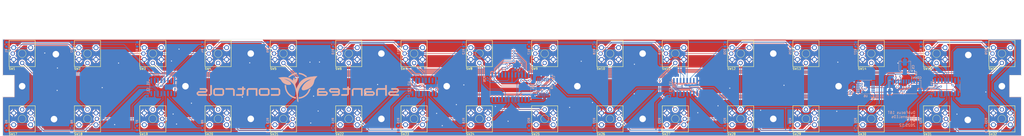
<source format=kicad_pcb>
(kicad_pcb (version 20241229) (generator "pcbnew") (generator_version "9.0")
  (layers (0 "F.Cu" signal) (2 "B.Cu" signal) (13 "F.Paste" user) (15 "B.Paste" user) (5 "F.SilkS" user "F.Silkscreen") (7 "B.SilkS" user "B.Silkscreen") (1 "F.Mask" user) (3 "B.Mask" user) (25 "Edge.Cuts" user))
  (net 0 "")
  (net 1 "/SR_IN_DATA")
  (net 2 "/Buttons 1/BUTTON1")
  (net 3 "GND")
  (net 4 "/Buttons 1/BUTTON2")
  (net 5 "/Buttons 1/BUTTON3")
  (net 6 "/Buttons 1/BUTTON4")
  (net 7 "/Buttons 1/BUTTON5")
  (net 8 "/Buttons 1/BUTTON6")
  (net 9 "/Buttons 1/BUTTON7")
  (net 10 "/Buttons 1/BUTTON8")
  (net 13 "/SR_IN_DAISY_OUT_3")
  (net 14 "+5V")
  (net 15 "/Buttons 2/BUTTON1")
  (net 16 "/Buttons 2/BUTTON2")
  (net 17 "/Buttons 2/BUTTON3")
  (net 18 "/Buttons 2/BUTTON4")
  (net 19 "/Buttons 2/BUTTON5")
  (net 20 "/Buttons 2/BUTTON6")
  (net 21 "/Buttons 2/BUTTON7")
  (net 22 "/Buttons 2/BUTTON8")
  (net 23 "/Buttons 3/BUTTON1")
  (net 24 "/Buttons 3/BUTTON2")
  (net 25 "/Buttons 3/BUTTON3")
  (net 26 "/Buttons 3/BUTTON4")
  (net 27 "/Buttons 3/BUTTON5")
  (net 28 "/Buttons 3/BUTTON6")
  (net 29 "/Buttons 3/BUTTON7")
  (net 30 "/Buttons 3/BUTTON8")
  (net 31 "/Buttons 4/BUTTON1")
  (net 32 "Net-(U5-ISET)")
  (net 33 "/Buttons 4/BUTTON2")
  (net 34 "/Buttons 4/BUTTON3")
  (net 35 "/Buttons 4/BUTTON4")
  (net 36 "/Buttons 4/BUTTON5")
  (net 37 "/Buttons 4/BUTTON6")
  (net 38 "/Buttons 4/BUTTON7")
  (net 39 "/Buttons 4/BUTTON8")
  (net 41 "/Buttons 1/SR_IN_DATA_DAISY")
  (net 42 "/SR_IN_DAISY_OUT_2")
  (net 43 "/SR_IN_DAISY_OUT_1")
  (net 51 "unconnected-(U5-DIG_4-Pad3)")
  (net 52 "unconnected-(U5-DIG_0-Pad2)")
  (net 53 "/LEDs/LED_ROW_8")
  (net 54 "/LEDs/LED_COLUMN_1")
  (net 55 "/LEDs/LED_ROW_4")
  (net 56 "/LEDs/LED_ROW_1")
  (net 57 "/LEDs/LED_COLUMN_4")
  (net 58 "/LEDs/LED_COLUMN_2")
  (net 59 "/LEDs/LED_ROW_3")
  (net 60 "/LEDs/LED_ROW_5")
  (net 61 "/LEDs/LED_COLUMN_3")
  (net 62 "/LEDs/LED_ROW_7")
  (net 63 "/LEDs/LED_ROW_6")
  (net 64 "/LEDs/LED_ROW_2")
  (net 71 "/SR_IN_LATCH_3V")
  (net 72 "/SR_IN_CLOCK_3V")
  (net 73 "/SR_IN_CLOCK_5V")
  (net 74 "/SR_IN_LATCH_5V")
  (net 75 "/MAX7219_LOAD_3V")
  (net 76 "/MAX7219_CLK_3V")
  (net 77 "/MAX7219_DIN_3V")
  (net 78 "/MAX7219_LOAD_5V")
  (net 79 "/MAX7219_DIN_5V")
  (net 80 "/MAX7219_CLK_5V")
  (footprint "MountingHole:MountingHole_2.5mm_Pad" (layer "F.Cu") (at 241.5 185)
    (property "Reference" "H15" (hide yes))
    (property "Value" "MountingHole_Pad")
  )
  (footprint "Igor:Omron-B3W-9" (layer "F.Cu") (at 479 160 90)
    (property "Reference" "SW14")
    (property "Value" "~")
  )
  (footprint "Igor:Omron-B3W-9" (layer "F.Cu") (at 379 160 90)
    (property "Reference" "SW10")
    (property "Value" "~")
  )
  (footprint "Igor:Omron-B3W-9" (layer "F.Cu") (at 429 160 90)
    (property "Reference" "SW12")
    (property "Value" "~")
  )
  (footprint "Igor:Omron-B3W-9" (layer "F.Cu") (at 304 160 90)
    (property "Reference" "SW7")
    (property "Value" "~")
  )
  (footprint "MountingHole:MountingHole_2.5mm_Pad" (layer "F.Cu") (at 391.5 185)
    (property "Reference" "H14" (hide yes))
    (property "Value" "MountingHole_Pad")
  )
  (footprint "Igor:Omron-B3W-9" (layer "F.Cu") (at 304 185 -90)
    (property "Reference" "SW23")
    (property "Value" "~")
  )
  (footprint "Igor:Omron-B3W-9" (layer "F.Cu") (at 279 160 90)
    (property "Reference" "SW6")
    (property "Value" "~")
  )
  (footprint "MountingHole:MountingHole_2.5mm_Pad" (layer "F.Cu") (at 166.2 185.1)
    (property "Reference" "H8" (hide yes))
    (property "Value" "MountingHole_Pad")
  )
  (footprint "Igor:Omron-B3W-9" (layer "F.Cu") (at 504 160 90)
    (property "Reference" "SW15")
    (property "Value" "~")
  )
  (footprint "Igor:Omron-B3W-9" (layer "F.Cu") (at 529 160 90)
    (property "Reference" "SW16")
    (property "Value" "~")
  )
  (footprint "Igor:Omron-B3W-9" (layer "F.Cu") (at 179 185 -90)
    (property "Reference" "SW18")
    (property "Value" "~")
  )
  (footprint "MountingHole:MountingHole_2.5mm_Pad" (layer "F.Cu") (at 529 172.5)
    (property "Reference" "H3" (hide yes))
    (property "Value" "MountingHole_Pad")
  )
  (footprint "Igor:Omron-B3W-9" (layer "F.Cu") (at 254 160 90)
    (property "Reference" "SW5")
    (property "Value" "~")
  )
  (footprint "Igor:Omron-B3W-9" (layer "F.Cu") (at 204 185 -90)
    (property "Reference" "SW19")
    (property "Value" "~")
  )
  (footprint "Igor:Omron-B3W-9" (layer "F.Cu") (at 404 160 90)
    (property "Reference" "SW11")
    (property "Value" "~")
  )
  (footprint "MountingHole:MountingHole_2.5mm_Pad" (layer "F.Cu") (at 291.5 160)
    (property "Reference" "H11" (hide yes))
    (property "Value" "MountingHole_Pad")
  )
  (footprint "Igor:Omron-B3W-9" (layer "F.Cu") (at 429 185 -90)
    (property "Reference" "SW28")
    (property "Value" "~")
  )
  (footprint "Igor:Omron-B3W-9" (layer "F.Cu") (at 354 160 90)
    (property "Reference" "SW9")
    (property "Value" "~")
  )
  (footprint "Igor:Omron-B3W-9" (layer "F.Cu") (at 154 185 -90)
    (property "Reference" "SW17")
    (property "Value" "~")
  )
  (footprint "Igor:Omron-B3W-9" (layer "F.Cu") (at 229 185 -90)
    (property "Reference" "SW20")
    (property "Value" "~")
  )
  (footprint "MountingHole:MountingHole_2.5mm_Pad" (layer "F.Cu") (at 366.5 172.5)
    (property "Reference" "H6" (hide yes))
    (property "Value" "MountingHole_Pad")
  )
  (footprint "Igor:Omron-B3W-9" (layer "F.Cu") (at 254 185 -90)
    (property "Reference" "SW21")
    (property "Value" "~")
  )
  (footprint "Igor:Omron-B3W-9" (layer "F.Cu") (at 279 185 -90)
    (property "Reference" "SW22")
    (property "Value" "~")
  )
  (footprint "Igor:Omron-B3W-9" (layer "F.Cu") (at 329 160 90)
    (property "Reference" "SW8")
    (property "Value" "~")
  )
  (footprint "MountingHole:MountingHole_2.5mm_Pad" (layer "F.Cu") (at 466.5 172.5)
    (property "Reference" "H10" (hide yes))
    (property "Value" "MountingHole_Pad")
  )
  (footprint "Igor:Omron-B3W-9" (layer "F.Cu") (at 454 185 -90)
    (property "Reference" "SW29")
    (property "Value" "~")
  )
  (footprint "Igor:Omron-B3W-9" (layer "F.Cu") (at 229 160 90)
    (property "Reference" "SW4")
    (property "Value" "~")
  )
  (footprint "Igor:Omron-B3W-9" (layer "F.Cu") (at 179 160 90)
    (property "Reference" "SW2")
    (property "Value" "~")
  )
  (footprint "Igor:Omron-B3W-9" (layer "F.Cu") (at 454 160 90)
    (property "Reference" "SW13")
    (property "Value" "~")
  )
  (footprint "Igor:Omron-B3W-9" (layer "F.Cu") (at 154 160 90)
    (property "Reference" "SW1")
    (property "Value" "~")
  )
  (footprint "MountingHole:MountingHole_2.5mm_Pad" (layer "F.Cu") (at 316.5 172.5)
    (property "Reference" "H2" (hide yes))
    (property "Value" "MountingHole_Pad")
  )
  (footprint "MountingHole:MountingHole_2.5mm_Pad" (layer "F.Cu") (at 241.5 160)
    (property "Reference" "H16" (hide yes))
    (property "Value" "MountingHole_Pad")
  )
  (footprint "MountingHole:MountingHole_2.5mm_Pad" (layer "F.Cu") (at 291.5 185)
    (property "Reference" "H12" (hide yes))
    (property "Value" "MountingHole_Pad")
  )
  (footprint "MountingHole:MountingHole_2.5mm_Pad" (layer "F.Cu") (at 154 172.5)
    (property "Reference" "H1" (hide yes))
    (property "Value" "MountingHole_Pad")
  )
  (footprint "Igor:Omron-B3W-9" (layer "F.Cu") (at 479 185 -90)
    (property "Reference" "SW30")
    (property "Value" "~")
  )
  (footprint "MountingHole:MountingHole_2.5mm_Pad" (layer "F.Cu") (at 216.5 172.5)
    (property "Reference" "H9" (hide yes))
    (property "Value" "MountingHole_Pad")
  )
  (footprint "Igor:Omron-B3W-9" (layer "F.Cu") (at 204 160 90)
    (property "Reference" "SW3")
    (property "Value" "~")
  )
  (footprint "Igor:Omron-B3W-9" (layer "F.Cu") (at 354 185 -90)
    (property "Reference" "SW25")
    (property "Value" "~")
  )
  (footprint "MountingHole:MountingHole_2.5mm_Pad" (layer "F.Cu") (at 166.9 160.25)
    (property "Reference" "H4" (hide yes))
    (property "Value" "MountingHole_Pad")
  )
  (footprint "Igor:Omron-B3W-9" (layer "F.Cu") (at 504 185 -90)
    (property "Reference" "SW31")
    (property "Value" "~")
  )
  (footprint "MountingHole:MountingHole_2.5mm_Pad" (layer "F.Cu") (at 441.5 160)
    (property "Reference" "H17" (hide yes))
    (property "Value" "MountingHole_Pad")
  )
  (footprint "Igor:Omron-B3W-9" (layer "F.Cu") (at 329 185 -90)
    (property "Reference" "SW24")
    (property "Value" "~")
  )
  (footprint "MountingHole:MountingHole_2.5mm_Pad" (layer "F.Cu") (at 516.15 160.55)
    (property "Reference" "H7" (hide yes))
    (property "Value" "MountingHole_Pad")
  )
  (footprint "Igor:Omron-B3W-9" (layer "F.Cu") (at 529 185 -90)
    (property "Reference" "SW32")
    (property "Value" "~")
  )
  (footprint "MountingHole:MountingHole_2.5mm_Pad" (layer "F.Cu") (at 391.5 160)
    (property "Reference" "H13" (hide yes))
    (property "Value" "MountingHole_Pad")
  )
  (footprint "Igor:Omron-B3W-9" (layer "F.Cu") (at 404 185 -90)
    (property "Reference" "SW27")
    (property "Value" "~")
  )
  (footprint "MountingHole:MountingHole_2.5mm_Pad" (layer "F.Cu") (at 515.95 185.4)
    (property "Reference" "H5" (hide yes))
    (property "Value" "MountingHole_Pad")
  )
  (footprint "MountingHole:MountingHole_2.5mm_Pad" (layer "F.Cu") (at 441.5 185)
    (property "Reference" "H18" (hide yes))
    (property "Value" "MountingHole_Pad")
  )
  (footprint "Igor:Omron-B3W-9" (layer "F.Cu") (at 379 185 -90)
    (property "Reference" "SW26")
    (property "Value" "~")
  )
  (footprint "Package_SO:SOIC-16_3.9x9.9mm_P1.27mm" (layer "B.Cu") (at 507.9 172.8 -90)
    (property "Reference" "U4")
    (property "Value" "74HC165")
  )
  (footprint "Resistor_SMD:R_0603_1608Metric" (layer "B.Cu") (at 273 188.5 -90)
    (property "Reference" "R14")
    (property "Value" "4k7")
  )
  (footprint "Resistor_SMD:R_0603_1608Metric" (layer "B.Cu") (at 473 156.5 90)
    (property "Reference" "R27")
    (property "Value" "4k7")
  )
  (footprint "Resistor_SMD:R_0603_1608Metric" (layer "B.Cu") (at 148 156.500002 90)
    (property "Reference" "R1")
    (property "Value" "4k7")
  )
  (footprint "Capacitor_SMD:C_0402_1005Metric" (layer "B.Cu") (at 202.15 175.6 -90)
    (property "Reference" "C1")
    (property "Value" "100n")
  )
  (footprint "Resistor_SMD:R_0603_1608Metric" (layer "B.Cu") (at 323 188.5 -90)
    (property "Reference" "R16")
    (property "Value" "4k7")
  )
  (footprint "Resistor_SMD:R_0603_1608Metric" (layer "B.Cu") (at 398 156.5 90)
    (property "Reference" "R19")
    (property "Value" "4k7")
  )
  (footprint "Resistor_SMD:R_0603_1608Metric" (layer "B.Cu") (at 523 188.5 -90)
    (property "Reference" "R33")
    (property "Value" "4k7")
  )
  (footprint "Capacitor_SMD:C_0402_1005Metric" (layer "B.Cu") (at 495.075 167.605 90)
    (property "Reference" "C6")
    (property "Value" "100n")
  )
  (footprint "Package_SO:TSSOP-14_4.4x5mm_P0.65mm" (layer "B.Cu") (at 476.88 172.8)
    (property "Reference" "U6")
    (property "Value" "74HCT125")
  )
  (footprint "Package_SO:TSSOP-14_4.4x5mm_P0.65mm" (layer "B.Cu") (at 353.3 172.8 90)
    (property "Reference" "U9")
    (property "Value" "74HCT125")
  )
  (footprint "Resistor_SMD:R_0603_1608Metric" (layer "B.Cu") (at 348 188.5 -90)
    (property "Reference" "R21")
    (property "Value" "4k7")
  )
  (footprint "Resistor_SMD:R_0603_1608Metric" (layer "B.Cu") (at 173 188.5 -90)
    (property "Reference" "R6")
    (property "Value" "4k7")
  )
  (footprint "Resistor_SMD:R_0603_1608Metric" (layer "B.Cu") (at 223 188.5 -90)
    (property "Reference" "R8")
    (property "Value" "4k7")
  )
  (footprint "Package_SO:SOIC-24W_7.5x15.4mm_P1.27mm" (layer "B.Cu") (at 340.9 172.8 90)
    (property "Reference" "U5")
    (property "Value" "MAX7219")
  )
  (footprint "Resistor_SMD:R_0402_1005Metric" (layer "B.Cu") (at 332.05 169.75 90)
    (property "Reference" "R26")
    (property "Value" "10k")
  )
  (footprint "Resistor_SMD:R_0603_1608Metric" (layer "B.Cu") (at 298 156.500001 90)
    (property "Reference" "R11")
    (property "Value" "4k7")
  )
  (footprint "Resistor_SMD:R_0603_1608Metric" (layer "B.Cu") (at 448 156.5 90)
    (property "Reference" "R25")
    (property "Value" "4k7")
  )
  (footprint "Resistor_SMD:R_0603_1608Metric" (layer "B.Cu") (at 273 156.500001 90)
    (property "Reference" "R10")
    (property "Value" "4k7")
  )
  (footprint "Resistor_SMD:R_0603_1608Metric" (layer "B.Cu") (at 248 156.500002 90)
    (property "Reference" "R9")
    (property "Value" "4k7")
  )
  (footprint "Capacitor_SMD:C_0402_1005Metric" (layer "B.Cu") (at 479.93 176.2)
    (property "Reference" "C8")
    (property "Value" "100n")
  )
  (footprint "Resistor_SMD:R_0603_1608Metric" (layer "B.Cu") (at 373 156.5 90)
    (property "Reference" "R18")
    (property "Value" "4k7")
  )
  (footprint "Resistor_SMD:R_0603_1608Metric" (layer "B.Cu") (at 473 188.5 -90)
    (property "Reference" "R31")
    (property "Value" "4k7")
  )
  (footprint "Resistor_SMD:R_0603_1608Metric" (layer "B.Cu") (at 348 156.5 90)
    (property "Reference" "R17")
    (property "Value" "4k7")
  )
  (footprint "Resistor_SMD:R_0603_1608Metric" (layer "B.Cu") (at 198 188.5 -90)
    (property "Reference" "R7")
    (property "Value" "4k7")
  )
  (footprint "Package_SO:SOIC-16_3.9x9.9mm_P1.27mm" (layer "B.Cu") (at 207.9 172.8 -90)
    (property "Reference" "U1")
    (property "Value" "74HC165")
  )
  (footprint "Resistor_SMD:R_0603_1608Metric" (layer "B.Cu") (at 498 188.5 -90)
    (property "Reference" "R32")
    (property "Value" "4k7")
  )
  (footprint "Resistor_SMD:R_0603_1608Metric" (layer "B.Cu") (at 448 188.5 -90)
    (property "Reference" "R30")
    (property "Value" "4k7")
  )
  (footprint "Capacitor_SMD:C_0402_1005Metric" (layer "B.Cu") (at 402.15 175.6 -90)
    (property "Reference" "C3")
    (property "Value" "100n")
  )
  (footprint "Resistor_SMD:R_0603_1608Metric" (layer "B.Cu") (at 148.000001 188.500001 -90)
    (property "Reference" "R5")
    (property "Value" "4k7")
  )
  (footprint "Resistor_SMD:R_0603_1608Metric" (layer "B.Cu") (at 173 156.500001 90)
    (property "Reference" "R2")
    (property "Value" "4k7")
  )
  (footprint "Resistor_SMD:R_0603_1608Metric" (layer "B.Cu") (at 498 156.5 90)
    (property "Reference" "R28")
    (property "Value" "4k7")
  )
  (footprint "Resistor_SMD:R_0603_1608Metric" (layer "B.Cu") (at 248.000001 188.500001 -90)
    (property "Reference" "R13")
    (property "Value" "4k7")
  )
  (footprint "Resistor_SMD:R_0603_1608Metric" (layer "B.Cu") (at 523 156.5 90)
    (property "Reference" "R29")
    (property "Value" "4k7")
  )
  (footprint "Resistor_SMD:R_0603_1608Metric" (layer "B.Cu") (at 323 156.500001 90)
    (property "Reference" "R12")
    (property "Value" "4k7")
  )
  (footprint "Package_SO:SOIC-16_3.9x9.9mm_P1.27mm" (layer "B.Cu") (at 307.9 172.8 -90)
    (property "Reference" "U2")
    (property "Value" "74HC165")
  )
  (footprint "Resistor_SMD:R_0603_1608Metric" (layer "B.Cu") (at 398 188.5 -90)
    (property "Reference" "R23")
    (property "Value" "4k7")
  )
  (footprint "Resistor_SMD:R_0603_1608Metric" (layer "B.Cu") (at 423 156.5 90)
    (property "Reference" "R20")
    (property "Value" "4k7")
  )
  (footprint "Capacitor_SMD:C_0402_1005Metric" (layer "B.Cu") (at 356.4 169.3 -90)
    (property "Reference" "C9")
    (property "Value" "100n")
  )
  (footprint "Capacitor_SMD:CP_Elec_4x5.4" (layer "B.Cu") (at 491.85 165.15 90)
    (property "Reference" "C5")
    (property "Value" "10u")
  )
  (footprint "Resistor_SMD:R_0603_1608Metric" (layer "B.Cu") (at 373 188.5 -90)
    (property "Reference" "R22")
    (property "Value" "4k7")
  )
  (footprint "Package_SO:SOIC-16_3.9x9.9mm_P1.27mm" (layer "B.Cu") (at 407.9 172.8 -90)
    (property "Reference" "U3")
    (property "Value" "74HC165")
  )
  (footprint "Resistor_SMD:R_0603_1608Metric" (layer "B.Cu") (at 423 188.5 -90)
    (property "Reference" "R24")
    (property "Value" "4k7")
  )
  (footprint "Capacitor_SMD:C_0402_1005Metric" (layer "B.Cu") (at 502.1 175.6 -90)
    (property "Reference" "C4")
    (property "Value" "100n")
  )
  (footprint "Capacitor_SMD:C_0402_1005Metric" (layer "B.Cu") (at 302.15 175.6 -90)
    (property "Reference" "C2")
    (property "Value" "100n")
  )
  (footprint "Resistor_SMD:R_0603_1608Metric" (layer "B.Cu") (at 198 156.500001 90)
    (property "Reference" "R3")
    (property "Value" "4k7")
  )
  (footprint "Igor:CONN_SM10B-SRSS-TB_JST" (layer "B.Cu") (at 491.9 172.8)
    (property "Reference" "CONN1")
    (property "Value" "~")
  )
  (footprint "Resistor_SMD:R_0603_1608Metric" (layer "B.Cu") (at 298 188.5 -90)
    (property "Reference" "R15")
    (property "Value" "4k7")
  )
  (footprint "Resistor_SMD:R_0603_1608Metric" (layer "B.Cu") (at 223 156.500001 90)
    (property "Reference" "R4")
    (property "Value" "4k7")
  )
  (footprint "Capacitor_SMD:C_0402_1005Metric" (layer "B.Cu") (at 342.2 166.3 180)
    (property "Reference" "C7")
    (property "Value" "100n")
  )
  (gr_poly (pts (xy 249.252484 173.825) (xy 252.153726 173.825) (xy 252.153726 175.562179) (xy 249.252484 175.562179) (xy 249.252484 176.141165) (xy 252.153726 176.141165) (xy 252.734006 175.562179) (xy 252.734006 173.825) (xy 252.153726 173.246014) (xy 249.252484 173.246014)) (stroke (width 0.06)) (fill yes) (layer "B.SilkS"))
  (gr_poly (pts (xy 263.007251 169.228791) (xy 262.94977 169.247336) (xy 262.892766 169.266231) (xy 262.836239 169.285483) (xy 262.892776 169.266252) (xy 262.949797 169.247392) (xy 263.007282 169.228854) (xy 263.065207 169.210589)) (stroke (width 0.06)) (fill yes) (layer "B.SilkS"))
  (gr_poly (pts (xy 254.652776 171.63582) (xy 254.704144 171.659358) (xy 254.756242 171.682322) (xy 254.809012 171.704692) (xy 254.756242 171.682322) (xy 254.704144 171.659358) (xy 254.652776 171.63582) (xy 254.602196 171.611729)) (stroke (width 0.06)) (fill yes) (layer "B.SilkS"))
  (gr_poly (pts (xy 231.845101 173.825) (xy 234.746343 173.825) (xy 234.746343 176.141165) (xy 235.326622 176.141165) (xy 235.326622 173.825) (xy 234.746343 173.246014) (xy 231.845101 173.246014)) (stroke (width 0.06)) (fill yes) (layer "B.SilkS"))
  (gr_poly (pts (xy 295.30977 173.825) (xy 297.63081 173.825) (xy 297.63081 174.40406) (xy 294.729567 174.40406) (xy 294.149288 174.983045) (xy 294.149288 175.562179) (xy 294.729567 176.141165) (xy 298.211014 176.141165) (xy 298.211014 175.562179) (xy 294.729567 175.562179) (xy 294.729567 174.983045) (xy 297.63081 174.983045) (xy 298.211014 174.40406) (xy 298.211014 173.825) (xy 297.63081 173.246015) (xy 295.30977 173.246015)) (stroke (width 0.06)) (fill yes) (layer "B.SilkS"))
  (gr_poly (pts (xy 221.980889 173.825) (xy 224.301929 173.825) (xy 224.301929 174.40406) (xy 221.400687 174.40406) (xy 220.820407 174.983045) (xy 220.820407 175.562179) (xy 221.400687 176.141165) (xy 224.882131 176.141165) (xy 224.882131 175.562179) (xy 221.400687 175.562179) (xy 221.400687 174.983045) (xy 224.301929 174.983045) (xy 224.882135 174.40406) (xy 224.882135 173.825) (xy 224.301929 173.246015) (xy 221.980889 173.246015)) (stroke (width 0.06)) (fill yes) (layer "B.SilkS"))
  (gr_poly (pts (xy 266.877688 173.825) (xy 266.877688 176.141165) (xy 270.35921 176.141165) (xy 270.939414 175.562179) (xy 270.35921 175.562179) (xy 267.457965 175.562179) (xy 267.457965 174.983045) (xy 270.35921 174.983045) (xy 270.35921 175.562179) (xy 270.939414 175.562179) (xy 270.939414 174.983045) (xy 270.35921 174.40406) (xy 267.457965 174.40406) (xy 267.457965 173.825) (xy 269.778932 173.825) (xy 269.778932 173.246015) (xy 267.457965 173.246015)) (stroke (width 0.06)) (fill yes) (layer "B.SilkS"))
  (gr_poly (pts (xy 254.554218 172.059576) (xy 254.550397 172.144848) (xy 254.548062 172.230484) (xy 254.547272 172.316456) (xy 254.552721 172.550134) (xy 254.568907 172.781053) (xy 254.595587 173.008971) (xy 254.632519 173.233646) (xy 254.67946 173.454838) (xy 254.736167 173.672305) (xy 254.802398 173.885805) (xy 254.877911 174.095097) (xy 254.962462 174.299939) (xy 255.05581 174.50009) (xy 255.157711 174.695309) (xy 255.267923 174.885354) (xy 255.386204 175.069984) (xy 255.512311 175.248957) (xy 255.646001 175.422032) (xy 255.787032 175.588967) (xy 255.935161 175.749521) (xy 256.090147 175.903452) (xy 256.251745 176.050519) (xy 256.419714 176.190481) (xy 256.59381 176.323095) (xy 256.773793 176.448122) (xy 256.959418 176.565318) (xy 257.150443 176.674443) (xy 257.346627 176.775256) (xy 257.547725 176.867514) (xy 257.753496 176.950976) (xy 257.963697 177.025401) (xy 258.178086 177.090548) (xy 258.39642 177.146174) (xy 258.618456 177.192039) (xy 258.843952 177.227901) (xy 258.816846 176.992319) (xy 258.788059 176.750466) (xy 258.589087 176.713444) (xy 258.393257 176.667799) (xy 258.200779 176.613739) (xy 258.011861 176.551471) (xy 257.826709 176.481202) (xy 257.645534 176.403139) (xy 257.468542 176.31749) (xy 257.295941 176.224461) (xy 257.127941 176.124259) (xy 256.964748 176.017093) (xy 256.806572 175.903168) (xy 256.65362 175.782692) (xy 256.5061 175.655872) (xy 256.364221 175.522916) (xy 256.22819 175.38403) (xy 256.098216 175.239422) (xy 255.974507 175.089298) (xy 255.85727 174.933866) (xy 255.746715 174.773333) (xy 255.643049 174.607906) (xy 255.54648 174.437792) (xy 255.457217 174.263199) (xy 255.375467 174.084333) (xy 255.301439 173.901402) (xy 255.235341 173.714613) (xy 255.17738 173.524172) (xy 255.127766 173.330288) (xy 255.086705 173.133167) (xy 255.054407 172.933016) (xy 255.03108 172.730042) (xy 255.01693 172.524454) (xy 255.012168 172.316456) (xy 255.012301 172.295458) (xy 255.01267 172.274512) (xy 255.013945 172.232743) (xy 255.017409 172.149421) (xy 254.958288 172.130309) (xy 254.899642 172.11035) (xy 254.8415 172.089576) (xy 254.783895 172.068023) (xy 254.726858 172.045724) (xy 254.67042 172.022714) (xy 254.614614 171.999026) (xy 254.559471 171.974695)) (stroke (width 0.06)) (fill yes) (layer "B.SilkS"))
  (gr_poly (pts (xy 284.865352 173.825) (xy 284.865352 176.141165) (xy 288.346801 176.141165) (xy 288.927154 175.562179) (xy 288.346801 175.562179) (xy 285.445632 175.562179) (xy 285.445632 174.983045) (xy 288.346801 174.983045) (xy 288.346801 175.562179) (xy 288.927154 175.562179) (xy 288.927154 174.983045) (xy 288.346801 174.40406) (xy 285.445632 174.40406) (xy 285.445632 173.825) (xy 287.766597 173.825) (xy 287.766597 173.246015) (xy 285.445632 173.246015)) (stroke (width 0.06)) (fill yes) (layer "B.SilkS"))
  (gr_poly (pts (xy 264.297152 173.42733) (xy 264.225963 173.476468) (xy 264.153948 173.524649) (xy 264.081135 173.571824) (xy 264.007555 173.617946) (xy 263.933235 173.662966) (xy 263.858205 173.706836) (xy 263.782494 173.749509) (xy 263.666635 174.054765) (xy 263.529653 174.349019) (xy 263.372481 174.631338) (xy 263.196053 174.90079) (xy 263.001302 175.156441) (xy 262.789162 175.39736) (xy 262.560566 175.622613) (xy 262.316449 175.831269) (xy 262.057743 176.022394) (xy 261.785381 176.195057) (xy 261.500299 176.348324) (xy 261.203429 176.481262) (xy 260.895704 176.592941) (xy 260.578058 176.682426) (xy 260.251426 176.748785) (xy 259.916739 176.791086) (xy 259.924204 176.904617) (xy 259.93247 177.019191) (xy 259.941551 177.135151) (xy 259.951458 177.25284) (xy 260.154528 177.230921) (xy 260.355087 177.200921) (xy 260.552966 177.163009) (xy 260.747997 177.117352) (xy 260.940011 177.064119) (xy 261.12884 177.003477) (xy 261.314314 176.935595) (xy 261.496264 176.860641) (xy 261.674523 176.778784) (xy 261.848922 176.69019) (xy 262.019291 176.595029) (xy 262.185462 176.493469) (xy 262.347267 176.385677) (xy 262.504536 176.271821) (xy 262.657101 176.152071) (xy 262.804793 176.026594) (xy 262.947443 175.895558) (xy 263.084883 175.759131) (xy 263.216945 175.617482) (xy 263.343458 175.470778) (xy 263.464255 175.319188) (xy 263.579167 175.162879) (xy 263.688025 175.002021) (xy 263.790661 174.83678) (xy 263.886905 174.667326) (xy 263.976589 174.493826) (xy 264.059545 174.316449) (xy 264.135603 174.135362) (xy 264.204594 173.950734) (xy 264.266351 173.762732) (xy 264.320705 173.571526) (xy 264.367486 173.377283)) (stroke (width 0.06)) (fill yes) (layer "B.SilkS"))
  (gr_poly (pts (xy 292.988805 173.246014) (xy 290.087637 173.246014) (xy 289.507358 173.824999) (xy 289.507358 176.141164) (xy 290.087637 176.141164) (xy 290.087637 173.824999) (xy 292.988805 173.824999) (xy 292.988805 176.141164) (xy 293.569084 176.141164) (xy 293.569084 172.087969) (xy 292.988805 172.087969)) (stroke (width 0.06)) (fill yes) (layer "B.SilkS"))
  (gr_poly (pts (xy 226.042612 175.562179) (xy 225.462406 175.562179) (xy 225.462406 176.141165) (xy 226.042612 176.141165) (xy 226.622887 175.562179) (xy 226.622887 172.087969) (xy 226.042612 172.087969)) (stroke (width 0.06)) (fill yes) (layer "B.SilkS"))
  (gr_poly (pts (xy 239.968552 173.825) (xy 239.968552 176.141165) (xy 240.548831 176.141165) (xy 240.548831 173.825) (xy 243.45 173.825) (xy 243.45 176.141165) (xy 244.03028 176.141165) (xy 244.03028 173.246014) (xy 240.548831 173.246014)) (stroke (width 0.06)) (fill yes) (layer "B.SilkS"))
  (gr_poly (pts (xy 244.61055 173.825) (xy 244.61055 175.562179) (xy 245.190756 176.141165) (xy 248.092003 176.141165) (xy 248.672283 175.562179) (xy 248.092003 175.562179) (xy 245.190756 175.562179) (xy 245.190756 173.825) (xy 248.092003 173.825) (xy 248.092003 175.562179) (xy 248.672283 175.562179) (xy 248.672283 173.825) (xy 248.092003 173.246014) (xy 245.190756 173.246014)) (stroke (width 0.06)) (fill yes) (layer "B.SilkS"))
  (gr_poly (pts (xy 280.223347 173.825) (xy 280.223347 176.141165) (xy 280.803701 176.141165) (xy 280.803701 173.825) (xy 283.70487 173.825) (xy 283.70487 176.141165) (xy 284.285148 176.141165) (xy 284.285148 173.246014) (xy 280.803701 173.246014)) (stroke (width 0.06)) (fill yes) (layer "B.SilkS"))
  (gr_poly (pts (xy 254.813464 171.706586) (xy 254.815684 171.707516) (xy 254.81792 171.708425) (xy 254.815687 171.707516) (xy 254.813468 171.706586) (xy 254.809013 171.704692)) (stroke (width 0.06)) (fill yes) (layer "B.SilkS"))
  (gr_poly (pts (xy 258.860363 167.401896) (xy 258.62868 167.438154) (xy 258.400657 167.484995) (xy 258.176553 167.542155) (xy 257.956627 167.609369) (xy 257.741138 167.686371) (xy 257.530344 167.772897) (xy 257.324504 167.86868) (xy 257.123877 167.973456) (xy 256.928722 168.08696) (xy 256.739298 168.208926) (xy 256.555863 168.339088) (xy 256.378676 168.477183) (xy 256.207996 168.622944) (xy 256.044082 168.776106) (xy 255.887192 168.936404) (xy 255.946143 168.956788) (xy 256.004922 168.977953) (xy 256.063535 168.999894) (xy 256.121986 169.022609) (xy 256.18028 169.046095) (xy 256.23842 169.070346) (xy 256.296411 169.095361) (xy 256.354257 169.121136) (xy 256.492025 168.990934) (xy 256.635153 168.866524) (xy 256.783452 168.748101) (xy 256.936731 168.635859) (xy 257.094802 168.529994) (xy 257.257473 168.430701) (xy 257.424556 168.338175) (xy 257.595859 168.252611) (xy 257.771193 168.174204) (xy 257.950369 168.103148) (xy 258.133195 168.03964) (xy 258.319483 167.983873) (xy 258.509042 167.936043) (xy 258.701682 167.896345) (xy 258.897214 167.864975) (xy 259.095447 167.842126) (xy 259.095447 167.376488)) (stroke (width 0.06)) (fill yes) (layer "B.SilkS"))
  (gr_poly (pts (xy 238.227791 173.246014) (xy 236.487103 173.246014) (xy 236.487103 173.825) (xy 238.227791 173.825) (xy 238.227791 175.562179) (xy 235.906824 175.562179) (xy 235.906824 176.141165) (xy 238.227791 176.141165) (xy 238.808066 175.562179) (xy 238.808066 173.825) (xy 239.388346 173.825) (xy 239.388346 173.246014) (xy 238.808066 173.246014) (xy 238.808066 172.667029) (xy 238.227791 172.667029)) (stroke (width 0.06)) (fill yes) (layer "B.SilkS"))
  (gr_poly (pts (xy 278.482663 173.246014) (xy 276.7419 173.246014) (xy 276.7419 173.825) (xy 278.482663 173.825) (xy 278.482663 175.562179) (xy 276.161621 175.562179) (xy 276.161621 176.141165) (xy 278.482663 176.141165) (xy 279.062866 175.562179) (xy 279.062866 173.825) (xy 279.643146 173.825) (xy 279.643146 173.246014) (xy 279.062866 173.246014) (xy 279.062866 172.667029) (xy 278.482663 172.667029)) (stroke (width 0.06)) (fill yes) (layer "B.SilkS"))
  (gr_poly (pts (xy 271.519691 173.825) (xy 271.519691 174.404059) (xy 272.09997 174.983044) (xy 275.001139 174.983044) (xy 275.001139 175.562179) (xy 272.68025 175.562179) (xy 272.68025 176.141164) (xy 275.001139 176.141164) (xy 275.001139 176.141165) (xy 275.581419 175.562179) (xy 275.581419 174.404059) (xy 275.001139 174.404059) (xy 272.09997 174.404059) (xy 272.09997 173.825) (xy 275.001139 173.825) (xy 275.001139 174.404059) (xy 275.581419 174.404059) (xy 275.581419 173.825) (xy 275.001139 173.246014) (xy 272.09997 173.246014)) (stroke (width 0.06)) (fill yes) (layer "B.SilkS"))
  (gr_poly (pts (xy 227.203166 173.825) (xy 227.203166 175.562179) (xy 227.783446 176.141165) (xy 230.684615 176.141165) (xy 231.264821 175.562179) (xy 230.684615 175.562179) (xy 227.783446 175.562179) (xy 227.783446 173.825) (xy 230.684615 173.825) (xy 230.684615 175.562179) (xy 231.264821 175.562179) (xy 231.264821 173.825) (xy 230.684615 173.246014) (xy 227.783446 173.246014)) (stroke (width 0.06)) (fill yes) (layer "B.SilkS"))
  (gr_poly (pts (xy 254.87083 171.729766) (xy 254.924366 171.750352) (xy 254.978479 171.770209) (xy 255.033119 171.789367) (xy 254.978482 171.770199) (xy 254.92437 171.750324) (xy 254.870832 171.729735) (xy 254.817921 171.708426)) (stroke (width 0.06)) (fill yes) (layer "B.SilkS"))
  (gr_poly (pts (xy 263.077293 169.206865) (xy 263.071236 169.20871) (xy 263.065208 169.210589) (xy 263.089378 169.203197)) (stroke (width 0.06)) (fill yes) (layer "B.SilkS"))
  (gr_poly (pts (xy 266.417785 168.706418) (xy 265.909965 168.735538) (xy 265.425131 168.774659) (xy 264.962567 168.824223) (xy 264.52156 168.884668) (xy 264.101397 168.956435) (xy 263.701363 169.039965) (xy 263.320745 169.135696) (xy 263.262193 169.152039) (xy 263.204139 169.168775) (xy 263.146547 169.185846) (xy 263.089382 169.203197) (xy 263.065212 169.210589) (xy 263.007286 169.228854) (xy 262.949802 169.247392) (xy 262.892781 169.266252) (xy 262.836244 169.285483) (xy 262.479511 169.419597) (xy 262.141977 169.569178) (xy 261.822834 169.734772) (xy 261.521272 169.916929) (xy 261.236482 170.116197) (xy 260.967654 170.333124) (xy 260.71398 170.568258) (xy 260.474651 170.822148) (xy 260.248857 171.095342) (xy 260.035789 171.388388) (xy 259.834638 171.701835) (xy 259.644596 172.036232) (xy 259.464852 172.392125) (xy 259.294598 172.770064) (xy 259.133024 173.170597) (xy 258.979321 173.594272) (xy 258.940776 173.432263) (xy 258.905509 173.273276) (xy 258.838796 172.962626) (xy 258.80434 172.810092) (xy 258.767144 172.658836) (xy 258.725704 172.508425) (xy 258.678516 172.358421) (xy 258.639887 172.233162) (xy 258.611306 172.117041) (xy 258.592197 172.009286) (xy 258.581985 171.909122) (xy 258.580098 171.815777) (xy 258.585959 171.728479) (xy 258.598995 171.646454) (xy 258.61863 171.568929) (xy 258.644291 171.495131) (xy 258.675402 171.424287) (xy 258.75168 171.288371) (xy 258.842866 171.154995) (xy 258.944364 171.017977) (xy 259.051579 170.871132) (xy 259.159914 170.708277) (xy 259.264773 170.523228) (xy 259.314463 170.420448) (xy 259.36156 170.3098) (xy 259.40549 170.190512) (xy 259.445678 170.061811) (xy 259.48155 169.922923) (xy 259.512531 169.773075) (xy 259.538047 169.611496) (xy 259.557523 169.43741) (xy 259.570385 169.250047) (xy 259.576058 169.048632) (xy 259.527926 169.066853) (xy 259.480503 169.086677) (xy 259.387772 169.130854) (xy 259.297836 169.180601) (xy 259.210667 169.235359) (xy 259.126237 169.294564) (xy 259.044517 169.357655) (xy 258.965478 169.424071) (xy 258.889094 169.49325) (xy 258.815335 169.564631) (xy 258.744173 169.637651) (xy 258.675579 169.71175) (xy 258.609526 169.786366) (xy 258.484928 169.934903) (xy 258.370152 170.078769) (xy 258.110431 169.228286) (xy 258.033663 169.286177) (xy 257.99931 169.315098) (xy 257.9675 169.344073) (xy 257.938127 169.373158) (xy 257.911084 169.402404) (xy 257.886264 169.431868) (xy 257.863561 169.461601) (xy 257.842866 169.491658) (xy 257.824072 169.522093) (xy 257.807074 169.552959) (xy 257.791764 169.58431) (xy 257.765778 169.648684) (xy 257.745259 169.715643) (xy 257.729351 169.785619) (xy 257.717197 169.859041) (xy 257.707942 169.93634) (xy 257.700728 170.017945) (xy 257.675167 170.396039) (xy 257.481219 170.235123) (xy 257.287333 170.084325) (xy 257.190282 170.012705) (xy 257.093089 169.943596) (xy 256.9957 169.876993) (xy 256.898063 169.81289) (xy 256.800126 169.751281) (xy 256.701835 169.69216) (xy 256.603138 169.63552) (xy 256.503982 169.581357) (xy 256.404314 169.529664) (xy 256.304082 169.480436) (xy 256.203233 169.433665) (xy 256.103426 169.390095) (xy 256.100968 169.390095) (xy 256.100963 169.390094) (xy 256.100966 169.390094) (xy 256.100968 169.390095) (xy 256.103426 169.390095) (xy 256.101717 169.389349) (xy 256.100968 169.390094) (xy 256.100966 169.390094) (xy 256.100964 169.390094) (xy 256.100963 169.390094) (xy 256.043884 169.36642) (xy 255.986565 169.343504) (xy 255.928997 169.32135) (xy 255.871172 169.299959) (xy 255.813081 169.279335) (xy 255.754714 169.25948) (xy 255.696064 169.240397) (xy 255.63712 169.222088) (xy 255.637232 169.221973) (xy 255.637343 169.221852) (xy 255.637455 169.221725) (xy 255.637567 169.221594) (xy 255.637679 169.221459) (xy 255.637792 169.221322) (xy 255.638017 169.221043) (xy 255.638022 169.221044) (xy 255.637796 169.221323) (xy 255.637572 169.221595) (xy 255.63746 169.221726) (xy 255.637348 169.221853) (xy 255.637236 169.221974) (xy 255.637125 169.222089) (xy 255.69607 169.240398) (xy 255.754721 169.259481) (xy 255.813088 169.279336) (xy 255.87118 169.29996) (xy 255.929005 169.321351) (xy 255.986572 169.343505) (xy 256.04389 169.366421) (xy 256.100964 169.390094) (xy 256.101714 169.389348) (xy 256.101717 169.389349) (xy 256.101718 169.389348) (xy 256.044642 169.365617) (xy 255.987332 169.342648) (xy 255.929778 169.320443) (xy 255.871971 169.299007) (xy 255.813901 169.278345) (xy 255.755558 169.258461) (xy 255.696934 169.239359) (xy 255.638022 169.221044) (xy 255.464273 169.172009) (xy 255.287723 169.12947) (xy 255.108131 169.09344) (xy 254.925254 169.063931) (xy 254.738853 169.040956) (xy 254.548685 169.02453) (xy 254.35451 169.014664) (xy 254.156085 169.011373) (xy 253.92142 169.0157) (xy 253.680451 169.028674) (xy 253.432816 169.05028) (xy 253.178153 169.080507) (xy 252.9161 169.11934) (xy 252.646294 169.166768) (xy 252.368374 169.222775) (xy 252.081977 169.28735) (xy 252.159125 169.350383) (xy 252.232545 169.404878) (xy 252.302668 169.45238) (xy 252.369928 169.494437) (xy 252.618988 169.639145) (xy 252.678421 169.677176) (xy 252.737588 169.719041) (xy 252.79692 169.766288) (xy 252.826783 169.792413) (xy 252.856851 169.820464) (xy 252.887176 169.850633) (xy 252.917812 169.883115) (xy 252.948815 169.918102) (xy 252.980238 169.955787) (xy 253.012135 169.996365) (xy 253.044561 170.040028) (xy 253.077568 170.08697) (xy 253.111212 170.137385) (xy 253.173711 170.234683) (xy 253.229345 170.323294) (xy 253.324683 170.478341) (xy 253.406552 170.610298) (xy 253.44535 170.670046) (xy 253.484278 170.726936) (xy 253.524503 170.78194) (xy 253.567189 170.836028) (xy 253.613503 170.890173) (xy 253.66461 170.945346) (xy 253.721677 171.002518) (xy 253.785869 171.062661) (xy 253.858352 171.126747) (xy 253.940291 171.195747) (xy 254.007716 171.249395) (xy 254.080059 171.303134) (xy 254.15705 171.356682) (xy 254.238417 171.409758) (xy 254.323888 171.462082) (xy 254.41319 171.513372) (xy 254.506053 171.563348) (xy 254.602204 171.611729) (xy 254.652785 171.63582) (xy 254.704153 171.659359) (xy 254.756251 171.682323) (xy 254.809021 171.704692) (xy 254.813477 171.706587) (xy 254.815696 171.707517) (xy 254.817929 171.708426) (xy 254.870839 171.729735) (xy 254.924375 171.750324) (xy 254.978488 171.770199) (xy 255.033129 171.789367) (xy 255.149917 171.827215) (xy 255.268579 171.861215) (xy 255.388801 171.890997) (xy 255.510268 171.916193) (xy 255.632664 171.936432) (xy 255.694112 171.944577) (xy 255.755675 171.951345) (xy 255.817313 171.95669) (xy 255.878986 171.960564) (xy 255.940656 171.962923) (xy 256.002283 171.96372) (xy 256.0627 171.962945) (xy 256.122987 171.960595) (xy 256.183108 171.956626) (xy 256.243023 171.950998) (xy 256.302695 171.943669) (xy 256.362085 171.934597) (xy 256.421156 171.923741) (xy 256.47987 171.911059) (xy 256.538188 171.89651) (xy 256.596073 171.880052) (xy 256.653486 171.861644) (xy 256.71039 171.841243) (xy 256.766746 171.818809) (xy 256.822516 171.7943) (xy 256.877663 171.767674) (xy 256.932147 171.73889) (xy 256.933531 171.630747) (xy 256.920942 171.525687) (xy 256.895217 171.423679) (xy 256.857193 171.324695) (xy 256.807706 171.228706) (xy 256.747592 171.135682) (xy 256.677689 171.045593) (xy 256.598833 170.958411) (xy 256.511861 170.874106) (xy 256.41761 170.79265) (xy 256.210615 170.638162) (xy 255.984541 170.494715) (xy 255.746083 170.362073) (xy 254.195746 169.661816) (xy 254.342027 169.675588) (xy 254.489287 169.696547) (xy 254.63725 169.72436) (xy 254.785642 169.758691) (xy 254.934189 169.799207) (xy 255.082617 169.845572) (xy 255.230651 169.897453) (xy 255.378016 169.954515) (xy 255.524438 170.016423) (xy 255.669643 170.082843) (xy 255.955303 170.22788) (xy 256.232799 170.386951) (xy 256.499938 170.55738) (xy 256.754522 170.736491) (xy 256.994357 170.921609) (xy 257.217246 171.110056) (xy 257.420994 171.299159) (xy 257.603407 171.486239) (xy 257.762287 171.668623) (xy 257.895439 171.843634) (xy 257.951681 171.927538) (xy 258.000669 172.008596) (xy 258.15055 172.301372) (xy 258.288371 172.628295) (xy 258.414766 172.984859) (xy 258.530375 173.366556) (xy 258.635833 173.768879) (xy 258.731778 174.187319) (xy 258.897677 175.054522) (xy 259.03317 175.932107) (xy 259.143354 176.784014) (xy 259.308183 178.266551) (xy 259.7424 178.568289) (xy 259.683632 177.968512) (xy 259.626792 177.272031) (xy 259.603066 177.272031) (xy 259.588701 177.272554) (xy 259.574793 177.037906) (xy 259.563185 176.809306) (xy 259.568271 176.809156) (xy 259.575696 176.922369) (xy 259.583957 177.03701) (xy 259.593073 177.153442) (xy 259.603066 177.272031) (xy 259.626792 177.272031) (xy 259.614371 177.119827) (xy 259.557624 176.298373) (xy 259.541134 175.984151) (xy 259.536402 175.780289) (xy 259.548451 175.498745) (xy 259.575484 175.219442) (xy 259.616959 174.942765) (xy 259.672335 174.669096) (xy 259.741071 174.39882) (xy 259.822626 174.13232) (xy 259.91646 173.86998) (xy 260.022031 173.612183) (xy 260.138797 173.359314) (xy 260.26622 173.111756) (xy 260.403756 172.869892) (xy 260.550865 172.634107) (xy 260.707007 172.404784) (xy 260.87164 172.182307) (xy 261.044223 171.967059) (xy 261.224216 171.759425) (xy 261.411077 171.559787) (xy 261.604265 171.36853) (xy 261.80324 171.186037) (xy 262.00746 171.012693) (xy 262.216384 170.84888) (xy 262.429471 170.694982) (xy 262.646181 170.551383) (xy 262.865973 170.418468) (xy 263.088304 170.296618) (xy 263.312636 170.186219) (xy 263.538425 170.087654) (xy 263.765132 170.001307) (xy 263.992216 169.927561) (xy 264.219135 169.866799) (xy 264.445348 169.819407) (xy 264.670315 169.785767) (xy 264.530436 169.879316) (xy 264.381037 169.971214) (xy 264.057669 170.155479) (xy 263.708196 170.349399) (xy 263.340604 170.563811) (xy 263.152509 170.682088) (xy 262.962879 170.809553) (xy 262.772712 170.947559) (xy 262.583006 171.097462) (xy 262.39476 171.260615) (xy 262.208971 171.438374) (xy 262.026639 171.632094) (xy 261.84876 171.843129) (xy 261.74742 171.974326) (xy 261.639412 172.122758) (xy 261.528754 172.284877) (xy 261.419465 172.45714) (xy 261.315565 172.635998) (xy 261.221072 172.817907) (xy 261.178609 172.908898) (xy 261.140005 172.999321) (xy 261.105762 173.088734) (xy 261.076383 173.176693) (xy 261.052371 173.262756) (xy 261.034226 173.346478) (xy 261.022452 173.427417) (xy 261.017552 173.50513) (xy 261.020026 173.579172) (xy 261.030379 173.649102) (xy 261.049112 173.714475) (xy 261.076727 173.774849) (xy 261.113728 173.82978) (xy 261.160616 173.878824) (xy 261.217893 173.92154) (xy 261.286062 173.957483) (xy 261.365626 173.98621) (xy 261.457087 174.007279) (xy 261.560947 174.020245) (xy 261.677708 174.024665) (xy 261.76391 174.022605) (xy 261.856338 174.016335) (xy 261.955149 174.005717) (xy 262.060502 173.990616) (xy 262.172553 173.970895) (xy 262.291462 173.946417) (xy 262.417386 173.917045) (xy 262.550482 173.882645) (xy 262.639613 173.857484) (xy 262.728508 173.830284) (xy 262.817112 173.801097) (xy 262.905369 173.769977) (xy 262.993224 173.736976) (xy 263.080621 173.702149) (xy 263.167506 173.665549) (xy 263.253823 173.627229) (xy 263.42453 173.54564) (xy 263.592301 173.45781) (xy 263.756693 173.364164) (xy 263.917262 173.265129) (xy 263.987527 173.219345) (xy 264.056878 173.172621) (xy 264.125278 173.124984) (xy 264.192687 173.076459) (xy 264.259069 173.027073) (xy 264.324386 172.976852) (xy 264.388599 172.925823) (xy 264.451671 172.874012) (xy 264.523978 172.812452) (xy 264.594604 172.749976) (xy 264.663481 172.686642) (xy 264.73054 172.622504) (xy 264.795712 172.55762) (xy 264.858928 172.492044) (xy 264.920119 172.425835) (xy 264.979216 172.359046) (xy 265.036152 172.291736) (xy 265.090856 172.223959) (xy 265.14326 172.155772) (xy 265.193295 172.087231) (xy 265.240892 172.018391) (xy 265.285983 171.94931) (xy 265.328499 171.880044) (xy 265.36837 171.810647) (xy 265.451732 171.648841) (xy 265.520388 171.492932) (xy 265.576917 171.341902) (xy 265.623897 171.194732) (xy 265.663905 171.050407) (xy 265.699519 170.907906) (xy 265.767878 170.624312) (xy 265.805778 170.481182) (xy 265.849597 170.335807) (xy 265.901911 170.187168) (xy 265.965299 170.034249) (xy 266.042338 169.87603) (xy 266.135607 169.711496) (xy 266.247683 169.539627) (xy 266.31158 169.450624) (xy 266.381145 169.359405) (xy 266.889592 168.774894) (xy 266.890788 168.77038) (xy 266.892085 168.766095) (xy 266.893477 168.76203) (xy 266.894959 168.758172) (xy 266.896525 168.75451) (xy 266.898169 168.751032) (xy 266.899885 168.747725) (xy 266.901667 168.74458) (xy 266.903511 168.741583) (xy 266.905408 168.738724) (xy 266.907355 168.73599) (xy 266.909346 168.733369) (xy 266.913432 168.728424) (xy 266.917623 168.723793) (xy 266.93449 168.706548) (xy 266.938502 168.702088) (xy 266.942339 168.697383) (xy 266.944177 168.694909) (xy 266.945955 168.692338) (xy 266.947665 168.689659) (xy 266.949303 168.686859)) (stroke (width 0.06)) (fill yes) (layer "B.SilkS"))
  (gr_poly (pts (xy 259.935821 167.842126) (xy 260.123911 167.863604) (xy 260.309574 167.892758) (xy 260.492648 167.92942) (xy 260.672971 167.973426) (xy 260.850384 168.024608) (xy 261.024723 168.082801) (xy 261.195827 168.147837) (xy 261.363536 168.219551) (xy 261.527687 168.297776) (xy 261.688119 168.382346) (xy 261.844671 168.473094) (xy 261.997181 168.569854) (xy 262.145488 168.672459) (xy 262.28943 168.780744) (xy 262.428846 168.894542) (xy 262.563574 169.013687) (xy 262.683977 168.970164) (xy 262.806507 168.928041) (xy 262.931408 168.88743) (xy 263.058925 168.848444) (xy 262.903764 168.697215) (xy 262.742185 168.552762) (xy 262.574418 168.415326) (xy 262.400697 168.285147) (xy 262.221251 168.162465) (xy 262.036313 168.047519) (xy 261.846115 167.940551) (xy 261.650888 167.841799) (xy 261.450864 167.751505) (xy 261.246273 167.669908) (xy 261.037349 167.597249) (xy 260.824322 167.533767) (xy 260.607424 167.479702) (xy 260.386887 167.435295) (xy 260.162942 167.400786) (xy 259.935821 167.376414)) (stroke (width 0.06)) (fill yes) (layer "B.SilkS"))
  (gr_line (start 146.5 176.55) (end 146.5 191.5) (stroke (width 0.1)) (layer "Edge.Cuts"))
  (gr_line (start 146.5 154.5) (end 146.5 168.4) (stroke (width 0.1)) (layer "Edge.Cuts"))
  (gr_line (start 536.5 154.5) (end 146.5 154.5) (stroke (width 0.1)) (layer "Edge.Cuts"))
  (gr_line (start 532 176.55) (end 536.5 176.55) (stroke (width 0.1)) (layer "Edge.Cuts"))
  (gr_line (start 532 176.55) (end 532 168.4) (stroke (width 0.1)) (layer "Edge.Cuts"))
  (gr_line (start 150.95 176.55) (end 146.5 176.55) (stroke (width 0.1)) (layer "Edge.Cuts"))
  (gr_line (start 536.5 168.4) (end 536.5 154.5) (stroke (width 0.1)) (layer "Edge.Cuts"))
  (gr_line (start 146.5 191.5) (end 536.5 191.5) (stroke (width 0.1)) (layer "Edge.Cuts"))
  (gr_line (start 150.95 168.4) (end 150.95 176.55) (stroke (width 0.1)) (layer "Edge.Cuts"))
  (gr_line (start 536.5 191.5) (end 536.5 176.55) (stroke (width 0.1)) (layer "Edge.Cuts"))
  (gr_line (start 150.95 168.4) (end 146.5 168.4) (stroke (width 0.1)) (layer "Edge.Cuts"))
  (gr_line (start 532 168.4) (end 536.5 168.4) (stroke (width 0.1)) (layer "Edge.Cuts"))
  (gr_text "DubFocus 16T\nButtonsLEDs\nR1\n2025.12" (at 496 185 0) (layer "B.SilkS") (effects (font (size 1 1)) (justify left mirror)))
  (segment (start 494.575 171.375) (end 493.4 172.55) (width 0.2) (layer "F.Cu") (net 1))
  (segment (start 509.419999 171.375) (end 494.575 171.375) (width 0.2) (layer "F.Cu") (net 1))
  (segment (start 493.4 172.55) (end 493.4 172.544) (width 0.2) (layer "F.Cu") (net 1))
  (segment (start 510.1225 172.0775) (end 509.419999 171.375) (width 0.2) (layer "F.Cu") (net 1))
  (via (at 510.1225 172.0775) (size 0.8) (drill 0.4) (layers "F.Cu" "B.Cu") (net 1))
  (via (at 493.4 172.544) (size 0.8) (drill 0.4) (layers "F.Cu" "B.Cu") (net 1))
  (segment (start 512.345 174.300001) (end 512.345 175.275) (width 0.2) (layer "B.Cu") (net 1))
  (segment (start 510.1225 172.0775) (end 512.345 174.300001) (width 0.2) (layer "B.Cu") (net 1))
  (segment (start 493.4 170.7) (end 493.4 172.544) (width 0.2) (layer "B.Cu") (net 1))
  (segment (start 150.75 157.750001) (end 148.425 157.750001) (width 0.2) (layer "B.Cu") (net 2))
  (segment (start 206.343069 168.193069) (end 204.656931 168.193069) (width 0.2) (layer "B.Cu") (net 2))
  (segment (start 152 156.500001) (end 150.75 157.750001) (width 0.2) (layer "B.Cu") (net 2))
  (segment (start 192.963863 156.500001) (end 152 156.500001) (width 0.2) (layer "B.Cu") (net 2))
  (segment (start 150.75 157.750001) (end 157.25 157.750001) (width 0.2) (layer "B.Cu") (net 2))
  (segment (start 148.425 157.750001) (end 148 157.325001) (width 0.2) (layer "B.Cu") (net 2))
  (segment (start 207.265 169.115) (end 206.343069 168.193069) (width 0.2) (layer "B.Cu") (net 2))
  (segment (start 204.656931 168.193069) (end 192.963863 156.500001) (width 0.2) (layer "B.Cu") (net 2))
  (segment (start 207.265 170.325001) (end 207.187057 170.325001) (width 0.2) (layer "B.Cu") (net 2))
  (segment (start 207.265 170.325) (end 207.265 169.115) (width 0.2) (layer "B.Cu") (net 2))
  (via (at 368 162.95) (size 0.8) (drill 0.4) (layers "F.Cu" "B.Cu") (net 3))
  (via (at 445.6 172.15) (size 0.8) (drill 0.4) (layers "F.Cu" "B.Cu") (net 3))
  (via (at 436.65 181.7) (size 0.8) (drill 0.4) (layers "F.Cu" "B.Cu") (net 3))
  (via (at 342.7 165.5) (size 0.8) (drill 0.4) (layers "F.Cu" "B.Cu") (net 3))
  (via (at 264.15 163.3) (size 0.8) (drill 0.4) (layers "F.Cu" "B.Cu") (net 3))
  (via (at 264.45 186.6) (size 0.8) (drill 0.4) (layers "F.Cu" "B.Cu") (net 3))
  (via (at 285.55 175.25) (size 0.8) (drill 0.4) (layers "F.Cu" "B.Cu") (net 3))
  (via (at 211.15 162.85) (size 0.8) (drill 0.4) (layers "F.Cu" "B.Cu") (net 3))
  (via (at 388.3 175.4) (size 0.8) (drill 0.4) (layers "F.Cu" "B.Cu") (net 3))
  (via (at 167.4 174.1) (size 0.8) (drill 0.4) (layers "F.Cu" "B.Cu") (net 3))
  (via (at 323.05 172) (size 0.8) (drill 0.4) (layers "F.Cu" "B.Cu") (net 3))
  (via (at 189.4 187.2) (size 0.8) (drill 0.4) (layers "F.Cu" "B.Cu") (net 3))
  (via (at 314.8 187.6) (size 0.8) (drill 0.4) (layers "F.Cu" "B.Cu") (net 3))
  (via (at 335.15 180.2) (size 0.8) (drill 0.4) (layers "F.Cu" "B.Cu") (net 3))
  (via (at 267.3 182) (size 0.8) (drill 0.4) (layers "F.Cu" "B.Cu") (net 3))
  (via (at 340 185.9) (size 0.8) (drill 0.4) (layers "F.Cu" "B.Cu") (net 3))
  (via (at 213.1 187) (size 0.8) (drill 0.4) (layers "F.Cu" "B.Cu") (net 3))
  (via (at 354.7 177.2) (size 0.8) (drill 0.4) (layers "F.Cu" "B.Cu") (net 3))
  (via (at 214.05 158.3) (size 0.8) (drill 0.4) (layers "F.Cu" "B.Cu") (net 3))
  (via (at 241.1 163.55) (size 0.8) (drill 0.4) (layers "F.Cu" "B.Cu") (net 3))
  (via (at 388.35 164.1) (size 0.8) (drill 0.4) (layers "F.Cu" "B.Cu") (net 3))
  (via (at 352.7 168.6) (size 0.8) (drill 0.4) (layers "F.Cu" "B.Cu") (net 3))
  (via (at 465.8 182.1) (size 0.8) (drill 0.4) (layers "F.Cu" "B.Cu") (net 3))
  (via (at 218.8 179) (size 0.8) (drill 0.4) (layers "F.Cu" "B.Cu") (net 3))
  (via (at 522.85 174.7) (size 0.8) (drill 0.4) (layers "F.Cu" "B.Cu") (net 3))
  (via (at 412.6 182.65) (size 0.8) (drill 0.4) (layers "F.Cu" "B.Cu") (net 3))
  (via (at 489.2 163.65) (size 0.8) (drill 0.4) (layers "F.Cu" "B.Cu") (net 3))
  (via (at 363.55 180.6) (size 0.8) (drill 0.4) (layers "F.Cu" "B.Cu") (net 3))
  (via (at 184.65 173.05) (size 0.8) (drill 0.4) (layers "F.Cu" "B.Cu") (net 3))
  (via (at 190.9 163.65) (size 0.8) (drill 0.4) (layers "F.Cu" "B.Cu") (net 3))
  (via (at 424.85 173.25) (size 0.8) (drill 0.4) (layers "F.Cu" "B.Cu") (net 3))
  (via (at 312.65 182.9) (size 0.8) (drill 0.4) (layers "F.Cu" "B.Cu") (net 3))
  (via (at 320.2 179.55) (size 0.8) (drill 0.4) (layers "F.Cu" "B.Cu") (net 3))
  (via (at 343.8 165.5) (size 0.8) (drill 0.4) (layers "F.Cu" "B.Cu") (net 3))
  (via (at 353.2 177.2) (size 0.8) (drill 0.4) (layers "F.Cu" "B.Cu") (net 3))
  (via (at 475.375 174.75) (size 0.8) (drill 0.4) (layers "F.Cu" "B.Cu") (net 3))
  (via (at 372.3 178.75) (size 0.8) (drill 0.4) (layers "F.Cu" "B.Cu") (net 3))
  (via (at 350.3 176.2) (size 0.8) (drill 0.4) (layers "F.Cu" "B.Cu") (net 3))
  (via (at 472.525 172.8) (size 0.8) (drill 0.4) (layers "F.Cu" "B.Cu") (net 3))
  (via (at 167.5 165.55) (size 0.8) (drill 0.4) (layers "F.Cu" "B.Cu") (net 3))
  (via (at 238.3 176.6) (size 0.8) (drill 0.4) (layers "F.Cu" "B.Cu") (net 3))
  (via (at 162.65 159.8) (size 0.8) (drill 0.4) (layers "F.Cu" "B.Cu") (net 3))
  (via (at 511.8 183.2) (size 0.8) (drill 0.4) (layers "F.Cu" "B.Cu") (net 3))
  (via (at 472.45 170.85) (size 0.8) (drill 0.4) (layers "F.Cu" "B.Cu") (net 3))
  (via (at 466.2 163.3) (size 0.8) (drill 0.4) (layers "F.Cu" "B.Cu") (net 3))
  (via (at 211.8 183.15) (size 0.8) (drill 0.4) (layers "F.Cu" "B.Cu") (net 3))
  (via (at 290.05 171.85) (size 0.8) (drill 0.4) (layers "F.Cu" "B.Cu") (net 3))
  (via (at 265.55 176.3) (size 0.8) (drill 0.4) (layers "F.Cu" "B.Cu") (net 3))
  (via (at 267.8 163.25) (size 0.8) (drill 0.4) (layers "F.Cu" "B.Cu") (net 3))
  (via (at 420.35 180) (size 0.8) (drill 0.4) (layers "F.Cu" "B.Cu") (net 3))
  (segment (start 353.3 177.1) (end 353.2 177.2) (width 0.2) (layer "B.Cu") (net 3))
  (segment (start 352.65 168.65) (end 352.7 168.6) (width 0.2) (layer "B.Cu") (net 3))
  (segment (start 474.0175 172.8) (end 472.525 172.8) (width 0.2) (layer "B.Cu") (net 3))
  (segment (start 353.3 175.6625) (end 353.3 177.1) (width 0.2) (layer "B.Cu") (net 3))
  (segment (start 352.65 169.9375) (end 352.65 168.65) (width 0.2) (layer "B.Cu") (net 3))
  (segment (start 205.995 169.995) (end 193.750001 157.750001) (width 0.2) (layer "B.Cu") (net 4))
  (segment (start 193.750001 157.750001) (end 173.425 157.750001) (width 0.2) (layer "B.Cu") (net 4))
  (segment (start 205.995 170.325001) (end 205.995 169.995) (width 0.2) (layer "B.Cu") (net 4))
  (segment (start 173.425 157.750001) (end 173 157.325001) (width 0.2) (layer "B.Cu") (net 4))
  (segment (start 200.35 157.750001) (end 199.925 157.325001) (width 0.2) (layer "B.Cu") (net 5))
  (segment (start 208.535 159.035001) (end 207.25 157.750001) (width 0.2) (layer "B.Cu") (net 5))
  (segment (start 208.535 170.325001) (end 208.535 159.035001) (width 0.2) (layer "B.Cu") (net 5))
  (segment (start 207.25 157.750001) (end 200.75 157.750001) (width 0.2) (layer "B.Cu") (net 5))
  (segment (start 200.75 157.750001) (end 200.35 157.750001) (width 0.2) (layer "B.Cu") (net 5))
  (segment (start 199.925 157.325001) (end 198 157.325001) (width 0.2) (layer "B.Cu") (net 5))
  (segment (start 209.805 169.350002) (end 221.830001 157.325001) (width 0.2) (layer "B.Cu") (net 6))
  (segment (start 225.325 157.325001) (end 225.75 157.750001) (width 0.2) (layer "B.Cu") (net 6))
  (segment (start 225.75 157.750001) (end 232.25 157.750001) (width 0.2) (layer "B.Cu") (net 6))
  (segment (start 209.805 170.325001) (end 209.805 169.350002) (width 0.2) (layer "B.Cu") (net 6))
  (segment (start 221.830001 157.325001) (end 225.325 157.325001) (width 0.2) (layer "B.Cu") (net 6))
  (segment (start 207.265 175.275001) (end 207.265 175.556544) (width 0.2) (layer "B.Cu") (net 7))
  (segment (start 205.684272 176.478) (end 205.467 176.260728) (width 0.2) (layer "B.Cu") (net 7))
  (segment (start 204.028 172.928) (end 198.572 172.928) (width 0.2) (layer "B.Cu") (net 7))
  (segment (start 207.265 175.275) (end 207.265 176.249999) (width 0.2) (layer "B.Cu") (net 7))
  (segment (start 157.25 187.250001) (end 148.425 187.250001) (width 0.2) (layer "B.Cu") (net 7))
  (segment (start 182.999999 188.500001) (end 158.5 188.500001) (width 0.2) (layer "B.Cu") (net 7))
  (segment (start 207.036999 176.478) (end 205.684272 176.478) (width 0.2) (layer "B.Cu") (net 7))
  (segment (start 205.467 176.260728) (end 205.467 174.367) (width 0.2) (layer "B.Cu") (net 7))
  (segment (start 158.5 188.500001) (end 157.25 187.250001) (width 0.2) (layer "B.Cu") (net 7))
  (segment (start 205.467 174.367) (end 204.028 172.928) (width 0.2) (layer "B.Cu") (net 7))
  (segment (start 198.572 172.928) (end 182.999999 188.500001) (width 0.2) (layer "B.Cu") (net 7))
  (segment (start 207.265 176.249999) (end 207.036999 176.478) (width 0.2) (layer "B.Cu") (net 7))
  (segment (start 148.425 187.250001) (end 148 187.675001) (width 0.2) (layer "B.Cu") (net 7))
  (segment (start 204.291139 172.6) (end 205.995 174.303861) (width 0.2) (layer "B.Cu") (net 8))
  (segment (start 205.995 174.303861) (end 205.995 175.275) (width 0.2) (layer "B.Cu") (net 8))
  (segment (start 198.436138 172.6) (end 204.291139 172.6) (width 0.2) (layer "B.Cu") (net 8))
  (segment (start 183.786137 187.250001) (end 198.436138 172.6) (width 0.2) (layer "B.Cu") (net 8))
  (segment (start 173.425 187.250001) (end 183.786137 187.250001) (width 0.2) (layer "B.Cu") (net 8))
  (segment (start 173 187.675001) (end 173.425 187.250001) (width 0.2) (layer "B.Cu") (net 8))
  (segment (start 200.75 187.250001) (end 198.425 187.250001) (width 0.2) (layer "B.Cu") (net 9))
  (segment (start 207.25 187.250001) (end 200.75 187.250001) (width 0.2) (layer "B.Cu") (net 9))
  (segment (start 198.425 187.250001) (end 198 187.675001) (width 0.2) (layer "B.Cu") (net 9))
  (segment (start 208.835 185.665001) (end 207.25 187.250001) (width 0.2) (layer "B.Cu") (net 9))
  (segment (start 208.835 175.575001) (end 208.835 185.665001) (width 0.2) (layer "B.Cu") (net 9))
  (segment (start 208.535 175.275001) (end 208.835 175.575001) (width 0.2) (layer "B.Cu") (net 9))
  (segment (start 209.805 176.25) (end 221.230001 187.675001) (width 0.2) (layer "B.Cu") (net 10))
  (segment (start 221.230001 187.675001) (end 223 187.675001) (width 0.2) (layer "B.Cu") (net 10))
  (segment (start 225.75 187.250001) (end 232.25 187.250001) (width 0.2) (layer "B.Cu") (net 10))
  (segment (start 209.805 175.275001) (end 209.805 176.25) (width 0.2) (layer "B.Cu") (net 10))
  (segment (start 223.425 187.250001) (end 225.75 187.250001) (width 0.2) (layer "B.Cu") (net 10))
  (segment (start 223 187.675001) (end 223.425 187.250001) (width 0.2) (layer "B.Cu") (net 10))
  (segment (start 299.860011 168.812) (end 304.748011 173.7) (width 0.2) (layer "F.Cu") (net 13))
  (segment (start 304.748011 173.7) (end 310.5 173.7) (width 0.2) (layer "F.Cu") (net 13))
  (segment (start 212.5 173.627) (end 212.5 169.65) (width 0.2) (layer "F.Cu") (net 13))
  (segment (start 212.5 169.65) (end 213.338 168.812) (width 0.2) (layer "F.Cu") (net 13))
  (segment (start 213.338 168.812) (end 299.860011 168.812) (width 0.2) (layer "F.Cu") (net 13))
  (via (at 212.5 173.627) (size 0.8) (drill 0.4) (layers "F.Cu" "B.Cu") (net 13))
  (via (at 310.5 173.7) (size 0.8) (drill 0.4) (layers "F.Cu" "B.Cu") (net 13))
  (segment (start 212.5 173.6) (end 212.5 173.627) (width 0.2) (layer "B.Cu") (net 13))
  (segment (start 212.345 175.275) (end 212.345 173.755) (width 0.2) (layer "B.Cu") (net 13))
  (segment (start 212.345 173.755) (end 212.5 173.6) (width 0.2) (layer "B.Cu") (net 13))
  (segment (start 311.075 174.275) (end 310.5 173.7) (width 0.2) (layer "B.Cu") (net 13))
  (segment (start 311.075 175.275) (end 311.075 174.275) (width 0.2) (layer "B.Cu") (net 13))
  (segment (start 273 189.325001) (end 248 189.325001) (width 0.3) (layer "B.Cu") (net 14))
  (segment (start 356.4 171.2) (end 356.4 169.78) (width 0.3) (layer "B.Cu") (net 14))
  (segment (start 173 155.675001) (end 148 155.675001) (width 0.3) (layer "B.Cu") (net 14))
  (segment (start 473 189.325) (end 448 189.325) (width 0.3) (layer "B.Cu") (net 14))
  (segment (start 523 155.675) (end 498 155.675) (width 0.3) (layer "B.Cu") (net 14))
  (segment (start 335.2 155.675001) (end 348 155.675) (width 0.3) (layer "B.Cu") (net 14))
  (segment (start 202.15 175.12) (end 202.1 175.07) (width 0.3) (layer "B.Cu") (net 14))
  (segment (start 303.299999 175.12) (end 303.455 175.275001) (width 0.3) (layer "B.Cu") (net 14))
  (segment (start 495.075 168.085) (end 493.685 168.085) (width 0.3) (layer "B.Cu") (net 14))
  (segment (start 223 189.325001) (end 198 189.325001) (width 0.3) (layer "B.Cu") (net 14))
  (segment (start 345.949 169.549) (end 348.524 172.124) (width 0.3) (layer "B.Cu") (net 14))
  (segment (start 500.905 175.12) (end 503.3 175.12) (width 0.3) (layer "B.Cu") (net 14))
  (segment (start 356.4 169.78) (end 355.4075 169.78) (width 0.3) (layer "B.Cu") (net 14))
  (segment (start 496.7 179.325) (end 500.905 175.12) (width 0.3) (layer "B.Cu") (net 14))
  (segment (start 453.25 182.6) (end 454.85 182.6) (width 0.3) (layer "B.Cu") (net 14))
  (segment (start 446.325 180.7) (end 451.35 180.7) (width 0.3) (layer "B.Cu") (net 14))
  (segment (start 396.6 179) (end 400.48 175.12) (width 0.3) (layer "B.Cu") (net 14))
  (segment (start 389.251 173.199) (end 410.038925 173.199) (width 0.3) (layer "B.Cu") (net 14))
  (segment (start 431.55 180.7) (end 446.325 180.7) (width 0.3) (layer "B.Cu") (net 14))
  (segment (start 446.225 180.8) (end 446.325 180.7) (width 0.3) (layer "B.Cu") (net 14))
  (segment (start 498 155.675) (end 473 155.675) (width 0.3) (layer "B.Cu") (net 14))
  (segment (start 423 155.675) (end 398 155.675) (width 0.3) (layer "B.Cu") (net 14))
  (segment (start 454.85 182.6) (end 456.7 180.75) (width 0.3) (layer "B.Cu") (net 14))
  (segment (start 396.6 189.325) (end 396.6 179) (width 0.3) (layer "B.Cu") (net 14))
  (segment (start 483 172.7) (end 483 179.3) (width 0.3) (layer "B.Cu") (net 14))
  (segment (start 533.7812 187.530691) (end 533.7812 182.469309) (width 0.3) (layer "B.Cu") (net 14))
  (segment (start 494.4 168.8) (end 494.4 170.7) (width 0.3) (layer "B.Cu") (net 14))
  (segment (start 371.6 176.15) (end 378.0312 182.5812) (width 0.3) (layer "B.Cu") (net 14))
  (segment (start 428.365765 182.7) (end 429.55 182.7) (width 0.3) (layer "B.Cu") (net 14))
  (segment (start 295.6 180.425) (end 295.6 189.325001) (width 0.3) (layer "B.Cu") (net 14))
  (segment (start 494.4 170.7) (end 495.4 170.7) (width 0.3) (layer "B.Cu") (net 14))
  (segment (start 533.7812 182.469309) (end 525.3 173.988109) (width 0.3) (layer "B.Cu") (net 14))
  (segment (start 493.45 167.85) (end 485.5 167.85) (width 0.3) (layer "B.Cu") (net 14))
  (segment (start 202.1 175.07) (end 200.955 175.07) (width 0.3) (layer "B.Cu") (net 14))
  (segment (start 323 189.325) (end 348 189.325) (width 0.3) (layer "B.Cu") (net 14))
  (segment (start 341.535 168.15) (end 341.535 166.485) (width 0.3) (layer "B.Cu") (net 14))
  (segment (start 456.7 180.75) (end 476.5 180.75) (width 0.3) (layer "B.Cu") (net 14))
  (segment (start 533.7812 157.469309) (end 531.986891 155.675) (width 0.3) (layer "B.Cu") (net 14))
  (segment (start 410.038925 173.199) (end 410.188925 173.049) (width 0.3) (layer "B.Cu") (net 14))
  (segment (start 400.48 175.12) (end 402.15 175.12) (width 0.3) (layer "B.Cu") (net 14))
  (segment (start 479.7425 174.75) (end 480.41 175.4175) (width 0.3) (layer "B.Cu") (net 14))
  (segment (start 398 189.325) (end 396.6 189.325) (width 0.3) (layer "B.Cu") (net 14))
  (segment (start 362.77 176.15) (end 371.6 176.15) (width 0.3) (layer "B.Cu") (net 14))
  (segment (start 531.986891 189.325) (end 533.7812 187.530691) (width 0.3) (layer "B.Cu") (net 14))
  (segment (start 418.714765 173.049) (end 428.365765 182.7) (width 0.3) (layer "B.Cu") (net 14))
  (segment (start 446.225 189.325) (end 446.225 180.8) (width 0.3) (layer "B.Cu") (net 14))
  (segment (start 341.5 171.1) (end 341.535 171.065) (width 0.3) (layer "B.Cu") (net 14))
  (segment (start 480.41 176.84) (end 476.5 180.75) (width 0.3) (layer "B.Cu") (net 14))
  (segment (start 203.249999 175.07) (end 203.455 175.275001) (width 0.3) (layer "B.Cu") (net 14))
  (segment (start 478.3312 182.5812) (end 476.5 180.75) (width 0.3) (layer "B.Cu") (net 14))
  (segment (start 493.685 168.085) (end 493.45 167.85) (width 0.3) (layer "B.Cu") (net 14))
  (segment (start 496.7 189.325) (end 496.7 179.325) (width 0.3) (layer "B.Cu") (net 14))
  (segment (start 485.5 167.85) (end 484.48 168.87) (width 0.3) (layer "B.Cu") (net 14))
  (segment (start 396.6 189.325) (end 373 189.325) (width 0.3) (layer "B.Cu") (net 14))
  (segment (start 531.986891 155.675) (end 523 155.675) (width 0.3) (layer "B.Cu") (net 14))
  (segment (start 479.7188 182.5812) (end 478.3312 182.5812) (width 0.3) (layer "B.Cu") (net 14))
  (segment (start 223 155.675001) (end 248 155.675002) (width 0.3) (layer "B.Cu") (net 14))
  (segment (start 493.45 167.85) (end 494.4 168.8) (width 0.3) (layer "B.Cu") (net 14))
  (segment (start 451.35 180.7) (end 453.25 182.6) (width 0.3) (layer "B.Cu") (net 14))
  (segment (start 295.6 189.325001) (end 273 189.325001) (width 0.3) (layer "B.Cu") (net 14))
  (segment (start 339.052678 171.1) (end 342.4 171.1) (width 0.3) (layer "B.Cu") (net 14))
  (segment (start 429.55 182.7) (end 431.55 180.7) (width 0.3) (layer "B.Cu") (net 14))
  (segment (start 525.3 171.011891) (end 533.7812 162.530691) (width 0.3) (layer "B.Cu") (net 14))
  (segment (start 484.48 168.87) (end 484.48 171.22) (width 0.3) (layer "B.Cu") (net 14))
  (segment (start 196.1 179.925) (end 196.1 189.325001) (width 0.3) (layer "B.Cu") (net 14))
  (segment (start 492.1 189.325) (end 473 189.325) (width 0.3) (layer "B.Cu") (net 14))
  (segment (start 342.4 171.1) (end 343.951 169.549) (width 0.3) (layer "B.Cu") (net 14))
  (segment (start 202.2 175.07) (end 203.249999 175.07) (width 0.3) (layer "B.Cu") (net 14))
  (segment (start 223 155.675001) (end 198 155.675001) (width 0.3) (layer "B.Cu") (net 14))
  (segment (start 348.524 172.124) (end 355.476 172.124) (width 0.3) (layer "B.Cu") (net 14))
  (segment (start 200.955 175.07) (end 196.1 179.925) (width 0.3) (layer "B.Cu") (net 14))
  (segment (start 484.48 171.22) (end 483 172.7) (width 0.3) (layer "B.Cu") (net 14))
  (segment (start 523 189.325) (end 498 189.325) (width 0.3) (layer "B.Cu") (net 14))
  (segment (start 198 155.675001) (end 173 155.675001) (width 0.3) (layer "B.Cu") (net 14))
  (segment (start 373 189.325) (end 348 189.325) (width 0.3) (layer "B.Cu") (net 14))
  (segment (start 523 189.325) (end 531.986891 189.325) (width 0.3) (layer "B.Cu") (net 14))
  (segment (start 473 155.675) (end 448 155.675) (width 0.3) (layer "B.Cu") (net 14))
  (segment (start 196.1 189.325001) (end 173 189.325001) (width 0.3) (layer "B.Cu") (net 14))
  (segment (start 483 179.3) (end 479.7188 182.5812) (width 0.3) (layer "B.Cu") (net 14))
  (segment (start 339.052678 171.1) (end 341.5 171.1) (width 0.3) (layer "B.Cu") (net 14))
  (segment (start 446.225 189.325) (end 423 189.325) (width 0.3) (layer "B.Cu") (net 14))
  (segment (start 173 189.325001) (end 148 189.325001) (width 0.3) (layer "B.Cu") (net 14))
  (segment (start 503.3 175.12) (end 503.455 175.275) (width 0.3) (layer "B.Cu") (net 14))
  (segment (start 480.41 175.4175) (end 480.41 176.2) (width 0.3) (layer "B.Cu") (net 14))
  (segment (start 410.188925 173.049) (end 418.714765 173.049) (width 0.3) (layer "B.Cu") (net 14))
  (segment (start 355.4075 169.78) (end 355.25 169.9375) (width 0.3) (layer "B.Cu") (net 14))
  (segment (start 379.8688 182.5812) (end 389.251 173.199) (width 0.3) (layer "B.Cu") (net 14))
  (segment (start 323 189.325001) (end 298 189.325001) (width 0.3) (layer "B.Cu") (net 14))
  (segment (start 448 189.325) (end 446.225 189.325) (width 0.3) (layer "B.Cu") (net 14))
  (segment (start 480.41 176.2) (end 480.41 176.84) (width 0.3) (layer "B.Cu") (net 14))
  (segment (start 356.4 169.78) (end 362.77 176.15) (width 0.3) (layer "B.Cu") (net 14))
  (segment (start 423 155.675) (end 448 155.675) (width 0.3) (layer "B.Cu") (net 14))
  (segment (start 273 155.675001) (end 248 155.675001) (width 0.3) (layer "B.Cu") (net 14))
  (segment (start 341.535 171.065) (end 341.535 168.15) (width 0.3) (layer "B.Cu") (net 14))
  (segment (start 398 155.675) (end 373 155.675) (width 0.3) (layer "B.Cu") (net 14))
  (segment (start 498 189.325) (end 496.7 189.325) (width 0.3) (layer "B.Cu") (net 14))
  (segment (start 378.0312 182.5812) (end 379.8688 182.5812) (width 0.3) (layer "B.Cu") (net 14))
  (segment (start 302.15 175.12) (end 300.905 175.12) (width 0.3) (layer "B.Cu") (net 14))
  (segment (start 300.905 175.12) (end 295.6 180.425) (width 0.3) (layer "B.Cu") (net 14))
  (segment (start 533.7812 162.530691) (end 533.7812 157.469309) (width 0.3) (layer "B.Cu") (net 14))
  (segment (start 341.535 166.485) (end 341.72 166.3) (width 0.3) (layer "B.Cu") (net 14))
  (segment (start 298 155.675001) (end 273 155.675001) (width 0.3) (layer "B.Cu") (net 14))
  (segment (start 302.15 175.12) (end 303.299999 175.12) (width 0.3) (layer "B.Cu") (net 14))
  (segment (start 343.951 169.549) (end 345.949 169.549) (width 0.3) (layer "B.Cu") (net 14))
  (segment (start 423 189.325) (end 398 189.325) (width 0.3) (layer "B.Cu") (net 14))
  (segment (start 323 155.675001) (end 335.2 155.675001) (width 0.3) (layer "B.Cu") (net 14))
  (segment (start 496.7 189.325) (end 492.1 189.325) (width 0.3) (layer "B.Cu") (net 14))
  (segment (start 402.15 175.12) (end 403.3 175.12) (width 0.3) (layer "B.Cu") (net 14))
  (segment (start 373 155.675) (end 348 155.675) (width 0.3) (layer "B.Cu") (net 14))
  (segment (start 333.2 171.1) (end 332.3 170.2) (width 0.3) (layer "B.Cu") (net 14))
  (segment (start 223 189.325) (end 248.000001 189.325001) (width 0.3) (layer "B.Cu") (net 14))
  (segment (start 202.15 175.12) (end 202.2 175.07) (width 0.3) (layer "B.Cu") (net 14))
  (segment (start 339.052678 171.1) (end 333.2 171.1) (width 0.3) (layer "B.Cu") (net 14))
  (segment (start 198 189.325001) (end 196.1 189.325001) (width 0.3) (layer "B.Cu") (net 14))
  (segment (start 525.3 173.988109) (end 525.3 171.011891) (width 0.3) (layer "B.Cu") (net 14))
  (segment (start 355.476 172.124) (end 356.4 171.2) (width 0.3) (layer "B.Cu") (net 14))
  (segment (start 403.3 175.12) (end 403.455 175.275) (width 0.3) (layer "B.Cu") (net 14))
  (segment (start 323 155.675001) (end 298 155.675001) (width 0.3) (layer "B.Cu") (net 14))
  (segment (start 298 189.325001) (end 295.6 189.325001) (width 0.3) (layer "B.Cu") (net 14))
  (segment (start 307.265 170.325) (end 307.265 169.350001) (width 0.2) (layer "B.Cu") (net 15))
  (segment (start 273.488064 156.376001) (end 272.511936 156.376001) (width 0.2) (layer "B.Cu") (net 15))
  (segment (start 307.265 169.350001) (end 306.014999 168.1) (width 0.2) (layer "B.Cu") (net 15))
  (segment (start 273.738064 156.126001) (end 273.488064 156.376001) (width 0.2) (layer "B.Cu") (net 15))
  (segment (start 250.75 157.750001) (end 248.425 157.750001) (width 0.2) (layer "B.Cu") (net 15))
  (segment (start 248.425 157.750001) (end 248 157.325001) (width 0.2) (layer "B.Cu") (net 15))
  (segment (start 306.014999 168.1) (end 304.463862 168.1) (width 0.2) (layer "B.Cu") (net 15))
  (segment (start 252.374 156.126001) (end 250.75 157.750001) (width 0.2) (layer "B.Cu") (net 15))
  (segment (start 272.511936 156.376001) (end 272.261936 156.126001) (width 0.2) (layer "B.Cu") (net 15))
  (segment (start 272.261936 156.126001) (end 252.374 156.126001) (width 0.2) (layer "B.Cu") (net 15))
  (segment (start 292.489863 156.126001) (end 273.738064 156.126001) (width 0.2) (layer "B.Cu") (net 15))
  (segment (start 304.463862 168.1) (end 292.489863 156.126001) (width 0.2) (layer "B.Cu") (net 15))
  (segment (start 250.75 157.750001) (end 257.25 157.750001) (width 0.2) (layer "B.Cu") (net 15))
  (segment (start 292.354001 156.454001) (end 283.546 156.454001) (width 0.2) (layer "B.Cu") (net 16))
  (segment (start 273.425 157.750001) (end 273 157.325001) (width 0.2) (layer "B.Cu") (net 16))
  (segment (start 305.253 169.353) (end 305.253 169.339272) (width 0.2) (layer "B.Cu") (net 16))
  (segment (start 305.022 169.122) (end 292.354001 156.454001) (width 0.2) (layer "B.Cu") (net 16))
  (segment (start 283.546 156.454001) (end 282.25 157.750001) (width 0.2) (layer "B.Cu") (net 16))
  (segment (start 305.995 170.325001) (end 305.995 170.095) (width 0.2) (layer "B.Cu") (net 16))
  (segment (start 305.253 169.339272) (end 305.035728 169.122) (width 0.2) (layer "B.Cu") (net 16))
  (segment (start 305.035728 169.122) (end 305.022 169.122) (width 0.2) (layer "B.Cu") (net 16))
  (segment (start 282.25 157.750001) (end 273.425 157.750001) (width 0.2) (layer "B.Cu") (net 16))
  (segment (start 305.995 170.095) (end 305.253 169.353) (width 0.2) (layer "B.Cu") (net 16))
  (segment (start 308.535 159.035001) (end 307.25 157.750001) (width 0.2) (layer "B.Cu") (net 17))
  (segment (start 308.535 170.325001) (end 308.535 159.035001) (width 0.2) (layer "B.Cu") (net 17))
  (segment (start 307.25 157.750001) (end 300.75 157.750001) (width 0.2) (layer "B.Cu") (net 17))
  (segment (start 299.925 157.325001) (end 298 157.325001) (width 0.2) (layer "B.Cu") (net 17))
  (segment (start 300.35 157.750001) (end 299.925 157.325001) (width 0.2) (layer "B.Cu") (net 17))
  (segment (start 300.75 157.750001) (end 300.35 157.750001) (width 0.2) (layer "B.Cu") (net 17))
  (segment (start 309.805 170.325001) (end 309.805 169.350002) (width 0.2) (layer "B.Cu") (net 18))
  (segment (start 325.75 157.750001) (end 332.25 157.750001) (width 0.2) (layer "B.Cu") (net 18))
  (segment (start 321.830001 157.325001) (end 325.325 157.325001) (width 0.2) (layer "B.Cu") (net 18))
  (segment (start 325.325 157.325001) (end 325.75 157.750001) (width 0.2) (layer "B.Cu") (net 18))
  (segment (start 309.805 169.350002) (end 321.830001 157.325001) (width 0.2) (layer "B.Cu") (net 18))
  (segment (start 307.265 175.275001) (end 307.265 175.556544) (width 0.2) (layer "B.Cu") (net 19))
  (segment (start 307.265 176.249999) (end 307.265 175.275) (width 0.2) (layer "B.Cu") (net 19))
  (segment (start 305.467 176.260728) (end 305.684272 176.478) (width 0.2) (layer "B.Cu") (net 19))
  (segment (start 307.036999 176.478) (end 307.265 176.249999) (width 0.2) (layer "B.Cu") (net 19))
  (segment (start 248.425 187.250001) (end 257.25 187.250001) (width 0.2) (layer "B.Cu") (net 19))
  (segment (start 283.049999 188.500001) (end 298.076 173.474) (width 0.2) (layer "B.Cu") (net 19))
  (segment (start 298.076 173.474) (end 304.437728 173.474) (width 0.2) (layer "B.Cu") (net 19))
  (segment (start 304.437728 173.474) (end 305.467 174.503272) (width 0.2) (layer "B.Cu") (net 19))
  (segment (start 305.684272 176.478) (end 307.036999 176.478) (width 0.2) (layer "B.Cu") (net 19))
  (segment (start 258.5 188.500001) (end 283.049999 188.500001) (width 0.2) (layer "B.Cu") (net 19))
  (segment (start 248 187.675001) (end 248.425 187.250001) (width 0.2) (layer "B.Cu") (net 19))
  (segment (start 257.25 187.250001) (end 258.5 188.500001) (width 0.2) (layer "B.Cu") (net 19))
  (segment (start 305.467 174.503272) (end 305.467 176.260728) (width 0.2) (layer "B.Cu") (net 19))
  (segment (start 305.094999 173.4) (end 305.995 174.300001) (width 0.2) (layer "B.Cu") (net 20))
  (segment (start 273 187.675001) (end 273.425 187.250001) (width 0.2) (layer "B.Cu") (net 20))
  (segment (start 305.094999 173.394999) (end 305.094999 173.4) (width 0.2) (layer "B.Cu") (net 20))
  (segment (start 273.425 187.250001) (end 283.836137 187.250001) (width 0.2) (layer "B.Cu") (net 20))
  (segment (start 304.846 173.146) (end 305.094999 173.394999) (width 0.2) (layer "B.Cu") (net 20))
  (segment (start 305.995 174.300001) (end 305.995 175.275) (width 0.2) (layer "B.Cu") (net 20))
  (segment (start 297.940138 173.146) (end 304.846 173.146) (width 0.2) (layer "B.Cu") (net 20))
  (segment (start 283.836137 187.250001) (end 297.940138 173.146) (width 0.2) (layer "B.Cu") (net 20))
  (segment (start 300.75 187.250001) (end 298.425 187.250001) (width 0.2) (layer "B.Cu") (net 21))
  (segment (start 308.835 175.575001) (end 308.835 185.665001) (width 0.2) (layer "B.Cu") (net 21))
  (segment (start 298.425 187.250001) (end 298 187.675001) (width 0.2) (layer "B.Cu") (net 21))
  (segment (start 308.535 175.275001) (end 308.835 175.575001) (width 0.2) (layer "B.Cu") (net 21))
  (segment (start 307.25 187.250001) (end 300.75 187.250001) (width 0.2) (layer "B.Cu") (net 21))
  (segment (start 308.835 185.665001) (end 307.25 187.250001) (width 0.2) (layer "B.Cu") (net 21))
  (segment (start 309.805 175.275001) (end 309.805 176.25) (width 0.2) (layer "B.Cu") (net 22))
  (segment (start 309.805 176.25) (end 321.230001 187.675001) (width 0.2) (layer "B.Cu") (net 22))
  (segment (start 323 187.675001) (end 323.425 187.250001) (width 0.2) (layer "B.Cu") (net 22))
  (segment (start 325.75 187.250001) (end 332.25 187.250001) (width 0.2) (layer "B.Cu") (net 22))
  (segment (start 321.230001 187.675001) (end 323 187.675001) (width 0.2) (layer "B.Cu") (net 22))
  (segment (start 323.425 187.250001) (end 325.75 187.250001) (width 0.2) (layer "B.Cu") (net 22))
  (segment (start 398.435862 164.172) (end 400.964138 164.172) (width 0.2) (layer "B.Cu") (net 23))
  (segment (start 372.511936 156.376) (end 373.488064 156.376) (width 0.2) (layer "B.Cu") (net 23))
  (segment (start 407.265 168.465) (end 407.265 170.325) (width 0.2) (layer "B.Cu") (net 23))
  (segment (start 395.029479 156.126) (end 397.845279 158.9418) (width 0.2) (layer "B.Cu") (net 23))
  (segment (start 400.964138 164.172) (end 403.364138 161.772) (width 0.2) (layer "B.Cu") (net 23))
  (segment (start 397.855662 158.9418) (end 398.156931 159.243069) (width 0.2) (layer "B.Cu") (net 23))
  (segment (start 397.845279 158.9418) (end 397.855662 158.9418) (width 0.2) (layer "B.Cu") (net 23))
  (segment (start 403.364138 161.772) (end 404.922 161.772) (width 0.2) (layer "B.Cu") (net 23))
  (segment (start 398.156931 159.243069) (end 398.156931 163.893069) (width 0.2) (layer "B.Cu") (net 23))
  (segment (start 404.922 161.772) (end 405.85 162.7) (width 0.2) (layer "B.Cu") (net 23))
  (segment (start 350.75 157.75) (end 352.374 156.126) (width 0.2) (layer "B.Cu") (net 23))
  (segment (start 373.738064 156.126) (end 395.029479 156.126) (width 0.2) (layer "B.Cu") (net 23))
  (segment (start 373.488064 156.376) (end 373.738064 156.126) (width 0.2) (layer "B.Cu") (net 23))
  (segment (start 372.261936 156.126) (end 372.511936 156.376) (width 0.2) (layer "B.Cu") (net 23))
  (segment (start 398.156931 163.893069) (end 398.435862 164.172) (width 0.2) (layer "B.Cu") (net 23))
  (segment (start 352.374 156.126) (end 372.261936 156.126) (width 0.2) (layer "B.Cu") (net 23))
  (segment (start 350.75 157.75) (end 357.25 157.75) (width 0.2) (layer "B.Cu") (net 23))
  (segment (start 348.425 157.75) (end 348 157.325) (width 0.2) (layer "B.Cu") (net 23))
  (segment (start 405.85 162.7) (end 405.85 167.05) (width 0.2) (layer "B.Cu") (net 23))
  (segment (start 405.85 167.05) (end 407.265 168.465) (width 0.2) (layer "B.Cu") (net 23))
  (segment (start 350.75 157.75) (end 348.425 157.75) (width 0.2) (layer "B.Cu") (net 23))
  (segment (start 405.522 162.835862) (end 405.522 167.185862) (width 0.2) (layer "B.Cu") (net 24))
  (segment (start 397.709417 159.2698) (end 397.828931 159.389314) (width 0.2) (layer "B.Cu") (net 24))
  (segment (start 397.709417 159.2698) (end 394.893617 156.454) (width 0.2) (layer "B.Cu") (net 24))
  (segment (start 383.546 156.454) (end 382.25 157.75) (width 0.2) (layer "B.Cu") (net 24))
  (segment (start 375.75 157.75) (end 373.425 157.75) (width 0.2) (layer "B.Cu") (net 24))
  (segment (start 405.522 167.185862) (end 405.995 167.658862) (width 0.2) (layer "B.Cu") (net 24))
  (segment (start 382.25 157.75) (end 375.75 157.75) (width 0.2) (layer "B.Cu") (net 24))
  (segment (start 398.3 164.5) (end 401.1 164.5) (width 0.2) (layer "B.Cu") (net 24))
  (segment (start 397.828931 159.389314) (end 397.828931 164.028931) (width 0.2) (layer "B.Cu") (net 24))
  (segment (start 373.425 157.75) (end 373 157.325) (width 0.2) (layer "B.Cu") (net 24))
  (segment (start 404.786138 162.1) (end 405.522 162.835862) (width 0.2) (layer "B.Cu") (net 24))
  (segment (start 401.1 164.5) (end 403.5 162.1) (width 0.2) (layer "B.Cu") (net 24))
  (segment (start 397.7198 159.2698) (end 397.709417 159.2698) (width 0.2) (layer "B.Cu") (net 24))
  (segment (start 397.828931 164.028931) (end 398.3 164.5) (width 0.2) (layer "B.Cu") (net 24))
  (segment (start 403.5 162.1) (end 404.786138 162.1) (width 0.2) (layer "B.Cu") (net 24))
  (segment (start 394.893617 156.454) (end 383.546 156.454) (width 0.2) (layer "B.Cu") (net 24))
  (segment (start 405.995 167.658862) (end 405.995 170.325) (width 0.2) (layer "B.Cu") (net 24))
  (segment (start 407.25 157.75) (end 400.75 157.75) (width 0.2) (layer "B.Cu") (net 25))
  (segment (start 408.535 159.035) (end 407.25 157.75) (width 0.2) (layer "B.Cu") (net 25))
  (segment (start 400.75 157.75) (end 400.35 157.75) (width 0.2) (layer "B.Cu") (net 25))
  (segment (start 408.535 170.325) (end 408.535 159.035) (width 0.2) (layer "B.Cu") (net 25))
  (segment (start 399.925 157.325) (end 398 157.325) (width 0.2) (layer "B.Cu") (net 25))
  (segment (start 400.35 157.75) (end 399.925 157.325) (width 0.2) (layer "B.Cu") (net 25))
  (segment (start 425.75 157.75) (end 432.25 157.75) (width 0.2) (layer "B.Cu") (net 26))
  (segment (start 409.805 169.350001) (end 421.830001 157.325) (width 0.2) (layer "B.Cu") (net 26))
  (segment (start 425.325 157.325) (end 425.75 157.75) (width 0.2) (layer "B.Cu") (net 26))
  (segment (start 421.830001 157.325) (end 425.325 157.325) (width 0.2) (layer "B.Cu") (net 26))
  (segment (start 409.805 170.325) (end 409.805 169.350001) (width 0.2) (layer "B.Cu") (net 26))
  (segment (start 405.467 176.260728) (end 405.684272 176.478) (width 0.2) (layer "B.Cu") (net 27))
  (segment (start 348.425 187.25) (end 348 187.675) (width 0.2) (layer "B.Cu") (net 27))
  (segment (start 357.25 187.25) (end 358.5 188.5) (width 0.2) (layer "B.Cu") (net 27))
  (segment (start 357.25 187.25) (end 350.75 187.25) (width 0.2) (layer "B.Cu") (net 27))
  (segment (start 404.963728 174) (end 405.467 174.503272) (width 0.2) (layer "B.Cu") (net 27))
  (segment (start 350.75 187.25) (end 348.425 187.25) (width 0.2) (layer "B.Cu") (net 27))
  (segment (start 407.265 176.249999) (end 407.265 175.275) (width 0.2) (layer "B.Cu") (net 27))
  (segment (start 382.9 188.5) (end 397.4 174) (width 0.2) (layer "B.Cu") (net 27))
  (segment (start 407.036999 176.478) (end 407.265 176.249999) (width 0.2) (layer "B.Cu") (net 27))
  (segment (start 405.684272 176.478) (end 407.036999 176.478) (width 0.2) (layer "B.Cu") (net 27))
  (segment (start 358.5 188.5) (end 382.9 188.5) (width 0.2) (layer "B.Cu") (net 27))
  (segment (start 405.467 174.503272) (end 405.467 176.260728) (width 0.2) (layer "B.Cu") (net 27))
  (segment (start 397.4 174) (end 404.963728 174) (width 0.2) (layer "B.Cu") (net 27))
  (segment (start 373.425 187.25) (end 373 187.675) (width 0.2) (layer "B.Cu") (net 28))
  (segment (start 383.686138 187.25) (end 382.25 187.25) (width 0.2) (layer "B.Cu") (net 28))
  (segment (start 382.25 187.25) (end 375.75 187.25) (width 0.2) (layer "B.Cu") (net 28))
  (segment (start 375.75 187.25) (end 373.425 187.25) (width 0.2) (layer "B.Cu") (net 28))
  (segment (start 397.264138 173.672) (end 383.686138 187.25) (width 0.2) (layer "B.Cu") (net 28))
  (segment (start 397.778 173.672) (end 397.264138 173.672) (width 0.2) (layer "B.Cu") (net 28))
  (segment (start 406 175.27) (end 406 174.5) (width 0.2) (layer "B.Cu") (net 28))
  (segment (start 397.8 173.65) (end 397.778 173.672) (width 0.2) (layer "B.Cu") (net 28))
  (segment (start 405.15 173.65) (end 397.8 173.65) (width 0.2) (layer "B.Cu") (net 28))
  (segment (start 405.995 175.275) (end 406 175.27) (width 0.2) (layer "B.Cu") (net 28))
  (segment (start 406 174.5) (end 405.15 173.65) (width 0.2) (layer "B.Cu") (net 28))
  (segment (start 407.25 187.25) (end 400.75 187.25) (width 0.2) (layer "B.Cu") (net 29))
  (segment (start 400.75 187.25) (end 398.425 187.25) (width 0.2) (layer "B.Cu") (net 29))
  (segment (start 408.835 185.665) (end 407.25 187.25) (width 0.2) (layer "B.Cu") (net 29))
  (segment (start 408.835 175.575) (end 408.835 185.665) (width 0.2) (layer "B.Cu") (net 29))
  (segment (start 398.425 187.25) (end 398 187.675) (width 0.2) (layer "B.Cu") (net 29))
  (segment (start 408.535 175.275) (end 408.835 175.575) (width 0.2) (layer "B.Cu") (net 29))
  (segment (start 409.805 175.275) (end 409.805 176.249999) (width 0.2) (layer "B.Cu") (net 30))
  (segment (start 423.425 187.25) (end 425.75 187.25) (width 0.2) (layer "B.Cu") (net 30))
  (segment (start 421.230001 187.675) (end 423 187.675) (width 0.2) (layer "B.Cu") (net 30))
  (segment (start 409.805 176.249999) (end 421.230001 187.675) (width 0.2) (layer "B.Cu") (net 30))
  (segment (start 425.75 187.25) (end 432.25 187.25) (width 0.2) (layer "B.Cu") (net 30))
  (segment (start 423 187.675) (end 423.425 187.25) (width 0.2) (layer "B.Cu") (net 30))
  (segment (start 452 156.5) (end 450.75 157.75) (width 0.2) (layer "B.Cu") (net 31))
  (segment (start 493.113862 156.5) (end 452 156.5) (width 0.2) (layer "B.Cu") (net 31))
  (segment (start 504.613862 168) (end 493.113862 156.5) (width 0.2) (layer "B.Cu") (net 31))
  (segment (start 507.265 169.350001) (end 505.914999 168) (width 0.2) (layer "B.Cu") (net 31))
  (segment (start 450.75 157.75) (end 448.425 157.75) (width 0.2) (layer "B.Cu") (net 31))
  (segment (start 505.914999 168) (end 504.613862 168) (width 0.2) (layer "B.Cu") (net 31))
  (segment (start 450.75 157.75) (end 457.25 157.75) (width 0.2) (layer "B.Cu") (net 31))
  (segment (start 507.265 170.325) (end 507.265 169.350001) (width 0.2) (layer "B.Cu") (net 31))
  (segment (start 448.425 157.75) (end 448 157.325) (width 0.2) (layer "B.Cu") (net 31))
  (segment (start 333.52 170.4) (end 339.75 170.4) (width 0.2) (layer "B.Cu") (net 32))
  (segment (start 339.75 170.4) (end 340.265 169.885) (width 0.2) (layer "B.Cu") (net 32))
  (segment (start 340.265 169.885) (end 340.265 168.15) (width 0.2) (layer "B.Cu") (net 32))
  (segment (start 332.3 169.18) (end 333.52 170.4) (width 0.2) (layer "B.Cu") (net 32))
  (segment (start 482.25 157.75) (end 475.75 157.75) (width 0.2) (layer "B.Cu") (net 33))
  (segment (start 505.995 169.845) (end 493.9 157.75) (width 0.2) (layer "B.Cu") (net 33))
  (segment (start 473.425 157.75) (end 473 157.325) (width 0.2) (layer "B.Cu") (net 33))
  (segment (start 475.75 157.75) (end 473.425 157.75) (width 0.2) (layer "B.Cu") (net 33))
  (segment (start 505.995 170.325) (end 505.995 169.845) (width 0.2) (layer "B.Cu") (net 33))
  (segment (start 493.9 157.75) (end 482.25 157.75) (width 0.2) (layer "B.Cu") (net 33))
  (segment (start 507.25 157.75) (end 500.75 157.75) (width 0.2) (layer "B.Cu") (net 34))
  (segment (start 500.35 157.75) (end 499.925 157.325) (width 0.2) (layer "B.Cu") (net 34))
  (segment (start 508.535 170.325) (end 508.535 159.035) (width 0.2) (layer "B.Cu") (net 34))
  (segment (start 508.535 159.035) (end 507.25 157.75) (width 0.2) (layer "B.Cu") (net 34))
  (segment (start 500.75 157.75) (end 500.35 157.75) (width 0.2) (layer "B.Cu") (net 34))
  (segment (start 499.925 157.325) (end 498 157.325) (width 0.2) (layer "B.Cu") (net 34))
  (segment (start 525.75 157.75) (end 532.25 157.75) (width 0.2) (layer "B.Cu") (net 35))
  (segment (start 525.325 157.325) (end 525.75 157.75) (width 0.2) (layer "B.Cu") (net 35))
  (segment (start 509.805 159.145) (end 511.625 157.325) (width 0.2) (layer "B.Cu") (net 35))
  (segment (start 509.805 170.325) (end 509.805 159.145) (width 0.2) (layer "B.Cu") (net 35))
  (segment (start 511.625 157.325) (end 525.325 157.325) (width 0.2) (layer "B.Cu") (net 35))
  (segment (start 457.25 187.25) (end 458.5 188.5) (width 0.2) (layer "B.Cu") (net 36))
  (segment (start 505.467 176.260728) (end 505.684272 176.478) (width 0.2) (layer "B.Cu") (net 36))
  (segment (start 493.763161 185.586839) (end 493.763161 181.062517) (width 0.2) (layer "B.Cu") (net 36))
  (segment (start 504.574 173.474) (end 505.467 174.367) (width 0.2) (layer "B.Cu") (net 36))
  (segment (start 505.684272 176.478) (end 507.036999 176.478) (width 0.2) (layer "B.Cu") (net 36))
  (segment (start 457.25 187.25) (end 450.75 187.25) (width 0.2) (layer "B.Cu") (net 36))
  (segment (start 507.265 176.249999) (end 507.265 175.275) (width 0.2) (layer "B.Cu") (net 36))
  (segment (start 493.763161 181.062517) (end 501.351678 173.474) (width 0.2) (layer "B.Cu") (net 36))
  (segment (start 448.425 187.25) (end 448 187.675) (width 0.2) (layer "B.Cu") (net 36))
  (segment (start 458.5 188.5) (end 490.85 188.5) (width 0.2) (layer "B.Cu") (net 36))
  (segment (start 507.036999 176.478) (end 507.265 176.249999) (width 0.2) (layer "B.Cu") (net 36))
  (segment (start 490.85 188.5) (end 493.763161 185.586839) (width 0.2) (layer "B.Cu") (net 36))
  (segment (start 450.75 187.25) (end 448.425 187.25) (width 0.2) (layer "B.Cu") (net 36))
  (segment (start 501.351678 173.474) (end 504.574 173.474) (width 0.2) (layer "B.Cu") (net 36))
  (segment (start 505.467 174.367) (end 505.467 176.260728) (width 0.2) (layer "B.Cu") (net 36))
  (segment (start 482.25 187.25) (end 491.674322 187.25) (width 0.2) (layer "B.Cu") (net 37))
  (segment (start 473.425 187.25) (end 473 187.675) (width 0.2) (layer "B.Cu") (net 37))
  (segment (start 475.75 187.25) (end 473.425 187.25) (width 0.2) (layer "B.Cu") (net 37))
  (segment (start 493.462161 180.937839) (end 501.25 173.15) (width 0.2) (layer "B.Cu") (net 37))
  (segment (start 491.674322 187.25) (end 493.462161 185.462161) (width 0.2) (layer "B.Cu") (net 37))
  (segment (start 493.462161 185.462161) (end 493.462161 180.937839) (width 0.2) (layer "B.Cu") (net 37))
  (segment (start 505.995 174.300001) (end 505.995 175.275) (width 0.2) (layer "B.Cu") (net 37))
  (segment (start 482.25 187.25) (end 475.75 187.25) (width 0.2) (layer "B.Cu") (net 37))
  (segment (start 504.844999 173.15) (end 505.995 174.300001) (width 0.2) (layer "B.Cu") (net 37))
  (segment (start 501.25 173.15) (end 504.844999 173.15) (width 0.2) (layer "B.Cu") (net 37))
  (segment (start 508.535 175.275) (end 508.835 175.575) (width 0.2) (layer "B.Cu") (net 38))
  (segment (start 508.835 175.575) (end 508.835 185.665) (width 0.2) (layer "B.Cu") (net 38))
  (segment (start 508.835 185.665) (end 507.25 187.25) (width 0.2) (layer "B.Cu") (net 38))
  (segment (start 500.75 187.25) (end 498.425 187.25) (width 0.2) (layer "B.Cu") (net 38))
  (segment (start 498.425 187.25) (end 498 187.675) (width 0.2) (layer "B.Cu") (net 38))
  (segment (start 507.25 187.25) (end 500.75 187.25) (width 0.2) (layer "B.Cu") (net 38))
  (segment (start 523 187.675) (end 523.425 187.25) (width 0.2) (layer "B.Cu") (net 39))
  (segment (start 523 183.025) (end 523 187.675) (width 0.2) (layer "B.Cu") (net 39))
  (segment (start 520.125 180.15) (end 523 183.025) (width 0.2) (layer "B.Cu") (net 39))
  (segment (start 510.547 177.547) (end 513.15 180.15) (width 0.2) (layer "B.Cu") (net 39))
  (segment (start 513.15 180.15) (end 520.125 180.15) (width 0.2) (layer "B.Cu") (net 39))
  (segment (start 509.805 175.275) (end 510.547 176.017) (width 0.2) (layer "B.Cu") (net 39))
  (segment (start 510.547 176.017) (end 510.547 177.547) (width 0.2) (layer "B.Cu") (net 39))
  (segment (start 523.425 187.25) (end 525.75 187.25) (width 0.2) (layer "B.Cu") (net 39))
  (segment (start 525.75 187.25) (end 532.25 187.25) (width 0.2) (layer "B.Cu") (net 39))
  (segment (start 410.128 173.428) (end 404.576011 173.428) (width 0.2) (layer "F.Cu") (net 42))
  (segment (start 350.866873 175.572) (end 350.039873 175.572) (width 0.2) (layer "F.Cu") (net 42))
  (segment (start 404.576011 173.428) (end 399.728011 168.58) (width 0.2) (layer "F.Cu") (net 42))
  (segment (start 314.85 176.05) (end 349.561873 176.05) (width 0.2) (layer "F.Cu") (net 42))
  (segment (start 349.561873 176.05) (end 350.039873 175.572) (width 0.2) (layer "F.Cu") (net 42))
  (segment (start 399.728011 168.58) (end 357.858873 168.58) (width 0.2) (layer "F.Cu") (net 42))
  (segment (start 410.5 173.8) (end 410.128 173.428) (width 0.2) (layer "F.Cu") (net 42))
  (segment (start 357.858873 168.58) (end 350.866873 175.572) (width 0.2) (layer "F.Cu") (net 42))
  (segment (start 312.5 173.7) (end 314.85 176.05) (width 0.2) (layer "F.Cu") (net 42))
  (via (at 410.5 173.8) (size 0.8) (drill 0.4) (layers "F.Cu" "B.Cu") (net 42))
  (via (at 312.5 173.7) (size 0.8) (drill 0.4) (layers "F.Cu" "B.Cu") (net 42))
  (segment (start 411.075 175.275) (end 411.075 174.375) (width 0.2) (layer "B.Cu") (net 42))
  (segment (start 312.345 175.275) (end 312.345 173.855) (width 0.2) (layer "B.Cu") (net 42))
  (segment (start 411.075 174.375) (end 410.5 173.8) (width 0.2) (layer "B.Cu") (net 42))
  (segment (start 312.345 173.855) (end 312.5 173.7) (width 0.2) (layer "B.Cu") (net 42))
  (segment (start 490.660127 173.799) (end 490.661127 173.8) (width 0.2) (layer "F.Cu") (net 43))
  (segment (start 412.5 174.95) (end 413.994 176.444) (width 0.2) (layer "F.Cu") (net 43))
  (segment (start 487.25 176.444) (end 489.894 173.8) (width 0.2) (layer "F.Cu") (net 43))
  (segment (start 490.138873 173.8) (end 490.139873 173.799) (width 0.2) (layer "F.Cu") (net 43))
  (segment (start 489.894 173.8) (end 490.138873 173.8) (width 0.2) (layer "F.Cu") (net 43))
  (segment (start 412.5 173.8) (end 412.5 174.95) (width 0.2) (layer "F.Cu") (net 43))
  (segment (start 490.139873 173.799) (end 490.660127 173.799) (width 0.2) (layer "F.Cu") (net 43))
  (segment (start 490.661127 173.8) (end 510.3 173.8) (width 0.2) (layer "F.Cu") (net 43))
  (segment (start 413.994 176.444) (end 487.25 176.444) (width 0.2) (layer "F.Cu") (net 43))
  (segment (start 510.3 173.8) (end 510.4 173.9) (width 0.2) (layer "F.Cu") (net 43))
  (via (at 510.4 173.9) (size 0.8) (drill 0.4) (layers "F.Cu" "B.Cu") (net 43))
  (via (at 412.5 173.8) (size 0.8) (drill 0.4) (layers "F.Cu" "B.Cu") (net 43))
  (segment (start 412.345 175.275) (end 412.345 173.955) (width 0.2) (layer "B.Cu") (net 43))
  (segment (start 412.345 173.955) (end 412.5 173.8) (width 0.2) (layer "B.Cu") (net 43))
  (segment (start 511.075 175.275) (end 511.075 174.575) (width 0.2) (layer "B.Cu") (net 43))
  (segment (start 511.075 174.575) (end 510.4 173.9) (width 0.2) (layer "B.Cu") (net 43))
  (segment (start 345.345 177.743728) (end 345.345 177.45) (width 0.2) (layer "B.Cu") (net 51))
  (segment (start 346.615 177.156272) (end 346.615 177.45) (width 0.2) (layer "B.Cu") (net 52))
  (segment (start 340.3 159) (end 333.768 165.532) (width 0.2) (layer "F.Cu") (net 53))
  (segment (start 330.932 165.532) (end 329 163.6) (width 0.2) (layer "F.Cu") (net 53))
  (segment (start 352.628 164.972) (end 348.972 164.972) (width 0.2) (layer "F.Cu") (net 53))
  (segment (start 333.768 165.532) (end 330.932 165.532) (width 0.2) (layer "F.Cu") (net 53))
  (segment (start 342.1 159) (end 340.3 159) (width 0.2) (layer "F.Cu") (net 53))
  (segment (start 354 181.4) (end 329 181.4) (width 0.2) (layer "F.Cu") (net 53))
  (segment (start 348.972 164.972) (end 343 159) (width 0.2) (layer "F.Cu") (net 53))
  (segment (start 343 159) (end 342.1 159) (width 0.2) (layer "F.Cu") (net 53))
  (segment (start 354 163.6) (end 352.628 164.972) (width 0.2) (layer "F.Cu") (net 53))
  (via (at 342.1 159) (size 0.8) (drill 0.4) (layers "F.Cu" "B.Cu") (net 53))
  (segment (start 342.1 159) (end 346.615 163.515) (width 0.2) (layer "B.Cu") (net 53))
  (segment (start 329 181.4) (end 329 163.6) (width 0.2) (layer "B.Cu") (net 53))
  (segment (start 346.615 163.515) (end 346.615 168.15) (width 0.2) (layer "B.Cu") (net 53))
  (segment (start 296.15 155.75) (end 300.4 160) (width 0.2) (layer "F.Cu") (net 54))
  (segment (start 250.4 160) (end 275.4 160) (width 0.2) (layer "F.Cu") (net 54))
  (segment (start 275.4 160) (end 279.65 155.75) (width 0.2) (layer "F.Cu") (net 54))
  (segment (start 225.4 160) (end 230.05 155.35) (width 0.2) (layer "F.Cu") (net 54))
  (segment (start 150.4 160) (end 154.15 156.25) (width 0.2) (layer "F.Cu") (net 54))
  (segment (start 175.4 160) (end 200.4 160) (width 0.2) (layer "F.Cu") (net 54))
  (segment (start 171.65 156.25) (end 175.4 160) (width 0.2) (layer "F.Cu") (net 54))
  (segment (start 200.4 160) (end 225.4 160) (width 0.2) (layer "F.Cu") (net 54))
  (segment (start 154.15 156.25) (end 171.65 156.25) (width 0.2) (layer "F.Cu") (net 54))
  (segment (start 300.4 160) (end 325.4 160) (width 0.2) (layer "F.Cu") (net 54))
  (segment (start 279.65 155.75) (end 296.15 155.75) (width 0.2) (layer "F.Cu") (net 54))
  (segment (start 230.05 155.35) (end 245.75 155.35) (width 0.2) (layer "F.Cu") (net 54))
  (segment (start 245.75 155.35) (end 250.4 160) (width 0.2) (layer "F.Cu") (net 54))
  (segment (start 338.995 174.995) (end 338.995 177.45) (width 0.2) (layer "B.Cu") (net 54))
  (segment (start 330.5 171.4) (end 332.7 173.6) (width 0.2) (layer "B.Cu") (net 54))
  (segment (start 327.448261 160) (end 330.5 163.051739) (width 0.2) (layer "B.Cu") (net 54))
  (segment (start 330.5 163.051739) (end 330.5 171.4) (width 0.2) (layer "B.Cu") (net 54))
  (segment (start 325.4 160) (end 327.448261 160) (width 0.2) (layer "B.Cu") (net 54))
  (segment (start 337.6 173.6) (end 338.995 174.995) (width 0.2) (layer "B.Cu") (net 54))
  (segment (start 332.7 173.6) (end 337.6 173.6) (width 0.2) (layer "B.Cu") (net 54))
  (segment (start 338.255448 162.9) (end 334.311448 166.844) (width 0.2) (layer "F.Cu") (net 55))
  (segment (start 348.428552 166.284) (end 451.316 166.284) (width 0.2) (layer "F.Cu") (net 55))
  (segment (start 345.044552 162.9) (end 348.428552 166.284) (width 0.2) (layer "F.Cu") (net 55))
  (segment (start 342.1 162.9) (end 338.255448 162.9) (width 0.2) (layer "F.Cu") (net 55))
  (segment (start 232.244 166.844) (end 229 163.6) (width 0.2) (layer "F.Cu") (net 55))
  (segment (start 451.316 166.284) (end 454 163.6) (width 0.2) (layer "F.Cu") (net 55))
  (segment (start 342.1 162.9) (end 345.044552 162.9) (width 0.2) (layer "F.Cu") (net 55))
  (segment (start 334.311448 166.844) (end 232.244 166.844) (width 0.2) (layer "F.Cu") (net 55))
  (via (at 342.1 162.9) (size 0.8) (drill 0.4) (layers "F.Cu" "B.Cu") (net 55))
  (segment (start 335.185 166.015) (end 335.185 168.15) (width 0.2) (layer "B.Cu") (net 55))
  (segment (start 338.3 162.9) (end 335.185 166.015) (width 0.2) (layer "B.Cu") (net 55))
  (segment (start 225.2 177.6) (end 225.2 167.4) (width 0.2) (layer "B.Cu") (net 55))
  (segment (start 225.2 167.4) (end 229 163.6) (width 0.2) (layer "B.Cu") (net 55))
  (segment (start 229 181.4) (end 225.2 177.6) (width 0.2) (layer "B.Cu") (net 55))
  (segment (start 342.1 162.9) (end 338.3 162.9) (width 0.2) (layer "B.Cu") (net 55))
  (segment (start 454 181.4) (end 454 163.6) (width 0.2) (layer "B.Cu") (net 55))
  (segment (start 340.95 164.7) (end 339.65 166) (width 0.2) (layer "F.Cu") (net 56))
  (segment (start 340.95 164.7) (end 345.452966 164.7) (width 0.2) (layer "F.Cu") (net 56))
  (segment (start 339.65 166) (end 337.547034 166) (width 0.2) (layer "F.Cu") (net 56))
  (segment (start 335.719034 167.828) (end 158.228 167.828) (width 0.2) (layer "F.Cu") (net 56))
  (segment (start 158.228 167.828) (end 154 163.6) (width 0.2) (layer "F.Cu") (net 56))
  (segment (start 337.547034 166) (end 335.719034 167.828) (width 0.2) (layer "F.Cu") (net 56))
  (segment (start 345.452966 164.7) (end 348.020966 167.268) (width 0.2) (layer "F.Cu") (net 56))
  (segment (start 348.020966 167.268) (end 525.332 167.268) (width 0.2) (layer "F.Cu") (net 56))
  (segment (start 525.332 167.268) (end 529 163.6) (width 0.2) (layer "F.Cu") (net 56))
  (via (at 340.95 164.7) (size 0.8) (drill 0.4) (layers "F.Cu" "B.Cu") (net 56))
  (segment (start 339.196167 166.003833) (end 338.995 166.205) (width 0.2) (layer "B.Cu") (net 56))
  (segment (start 524.15 168.45) (end 529 163.6) (width 0.2) (layer "B.Cu") (net 56))
  (segment (start 154 181.4) (end 157.45 177.95) (width 0.2) (layer "B.Cu") (net 56))
  (segment (start 340.95 164.7) (end 339.646167 166.003833) (width 0.2) (layer "B.Cu") (net 56))
  (segment (start 524.15 176.55) (end 524.15 168.45) (width 0.2) (layer "B.Cu") (net 56))
  (segment (start 157.45 167.05) (end 154 163.6) (width 0.2) (layer "B.Cu") (net 56))
  (segment (start 339.646167 166.003833) (end 339.196167 166.003833) (width 0.2) (layer "B.Cu") (net 56))
  (segment (start 338.995 166.205) (end 338.995 168.15) (width 0.2) (layer "B.Cu") (net 56))
  (segment (start 157.45 177.95) (end 157.45 167.05) (width 0.2) (layer "B.Cu") (net 56))
  (segment (start 529 181.4) (end 524.15 176.55) (width 0.2) (layer "B.Cu") (net 56))
  (segment (start 407.6 185) (end 432.6 185) (width 0.2) (layer "F.Cu") (net 57))
  (segment (start 386.95 189.35) (end 403.25 189.35) (width 0.2) (layer "F.Cu") (net 57))
  (segment (start 432.6 185) (end 437.05 189.45) (width 0.2) (layer "F.Cu") (net 57))
  (segment (start 453.15 189.45) (end 457.6 185) (width 0.2) (layer "F.Cu") (net 57))
  (segment (start 382.6 185) (end 386.95 189.35) (width 0.2) (layer "F.Cu") (net 57))
  (segment (start 512.6 190) (end 527.6 190) (width 0.2) (layer "F.Cu") (net 57))
  (segment (start 482.6 185) (end 507.6 185) (width 0.2) (layer "F.Cu") (net 57))
  (segment (start 457.6 185) (end 482.6 185) (width 0.2) (layer "F.Cu") (net 57))
  (segment (start 437.05 189.45) (end 453.15 189.45) (width 0.2) (layer "F.Cu") (net 57))
  (segment (start 403.25 189.35) (end 407.6 185) (width 0.2) (layer "F.Cu") (net 57))
  (segment (start 507.6 185) (end 512.6 190) (width 0.2) (layer "F.Cu") (net 57))
  (segment (start 527.6 190) (end 532.6 185) (width 0.2) (layer "F.Cu") (net 57))
  (segment (start 357.6 185) (end 382.6 185) (width 0.2) (layer "F.Cu") (net 57))
  (segment (start 355.2 185) (end 351.6 181.4) (width 0.2) (layer "B.Cu") (net 57))
  (segment (start 344.460001 181.4) (end 341.535 178.474999) (width 0.2) (layer "B.Cu") (net 57))
  (segment (start 357.6 185) (end 355.2 185) (width 0.2) (layer "B.Cu") (net 57))
  (segment (start 341.535 178.474999) (end 341.535 177.45) (width 0.2) (layer "B.Cu") (net 57))
  (segment (start 351.6 181.4) (end 344.460001 181.4) (width 0.2) (layer "B.Cu") (net 57))
  (segment (start 177.9 189.7) (end 182.6 185) (width 0.2) (layer "F.Cu") (net 58))
  (segment (start 286.9 189.3) (end 303.3 189.3) (width 0.2) (layer "F.Cu") (net 58))
  (segment (start 282.6 185) (end 286.9 189.3) (width 0.2) (layer "F.Cu") (net 58))
  (segment (start 157.6 185) (end 162.3 189.7) (width 0.2) (layer "F.Cu") (net 58))
  (segment (start 237.1 189.5) (end 253.1 189.5) (width 0.2) (layer "F.Cu") (net 58))
  (segment (start 162.3 189.7) (end 177.9 189.7) (width 0.2) (layer "F.Cu") (net 58))
  (segment (start 303.3 189.3) (end 307.6 185) (width 0.2) (layer "F.Cu") (net 58))
  (segment (start 232.6 185) (end 237.1 189.5) (width 0.2) (layer "F.Cu") (net 58))
  (segment (start 207.6 185) (end 232.6 185) (width 0.2) (layer "F.Cu") (net 58))
  (segment (start 182.6 185) (end 207.6 185) (width 0.2) (layer "F.Cu") (net 58))
  (segment (start 253.1 189.5) (end 257.6 185) (width 0.2) (layer "F.Cu") (net 58))
  (segment (start 307.6 185) (end 332.6 185) (width 0.2) (layer "F.Cu") (net 58))
  (segment (start 257.6 185) (end 282.6 185) (width 0.2) (layer "F.Cu") (net 58))
  (segment (start 340.265 179.335) (end 334.6 185) (width 0.2) (layer "B.Cu") (net 58))
  (segment (start 334.6 185) (end 332.6 185) (width 0.2) (layer "B.Cu") (net 58))
  (segment (start 340.265 177.45) (end 340.265 179.335) (width 0.2) (layer "B.Cu") (net 58))
  (segment (start 348.29269 166.612) (end 476.238 166.612) (width 0.2) (layer "F.Cu") (net 59))
  (segment (start 345.20869 163.528) (end 348.29269 166.612) (width 0.2) (layer "F.Cu") (net 59))
  (segment (start 207.572 167.172) (end 334.44731 167.172) (width 0.2) (layer "F.Cu") (net 59))
  (segment (start 339.4 163.528) (end 345.20869 163.528) (width 0.2) (layer "F.Cu") (net 59))
  (segment (start 334.44731 167.172) (end 338.09131 163.528) (width 0.2) (layer "F.Cu") (net 59))
  (segment (start 476.238 166.612) (end 479 163.85) (width 0.2) (layer "F.Cu") (net 59))
  (segment (start 339.4 164.1) (end 339.4 163.528) (width 0.2) (layer "F.Cu") (net 59))
  (segment (start 204 163.6) (end 207.572 167.172) (width 0.2) (layer "F.Cu") (net 59))
  (segment (start 479 163.85) (end 479 163.6) (width 0.2) (layer "F.Cu") (net 59))
  (segment (start 338.09131 163.528) (end 339.4 163.528) (width 0.2) (layer "F.Cu") (net 59))
  (via (at 339.4 164.1) (size 0.8) (drill 0.4) (layers "F.Cu" "B.Cu") (net 59))
  (segment (start 339.4 164.1) (end 337.6 164.1) (width 0.2) (layer "B.Cu") (net 59))
  (segment (start 337.6 164.1) (end 336.455 165.245) (width 0.2) (layer "B.Cu") (net 59))
  (segment (start 479 181.4) (end 481.2 179.2) (width 0.2) (layer "B.Cu") (net 59))
  (segment (start 481.2 179.2) (end 481.2 165.8) (width 0.2) (layer "B.Cu") (net 59))
  (segment (start 207.9 177.5) (end 207.9 167.5) (width 0.2) (layer "B.Cu") (net 59))
  (segment (start 336.455 165.245) (end 336.455 168.15) (width 0.2) (layer "B.Cu") (net 59))
  (segment (start 204 181.4) (end 207.9 177.5) (width 0.2) (layer "B.Cu") (net 59))
  (segment (start 207.9 167.5) (end 204 163.6) (width 0.2) (layer "B.Cu") (net 59))
  (segment (start 481.2 165.8) (end 479 163.6) (width 0.2) (layer "B.Cu") (net 59))
  (segment (start 426.644 165.956) (end 348.564414 165.956) (width 0.2) (layer "F.Cu") (net 60))
  (segment (start 344.508414 161.9) (end 342.127003 161.9) (width 0.2) (layer "F.Cu") (net 60))
  (segment (start 429 163.6) (end 426.644 165.956) (width 0.2) (layer "F.Cu") (net 60))
  (segment (start 342.1 161.927003) (end 338.764583 161.927003) (width 0.2) (layer "F.Cu") (net 60))
  (segment (start 348.564414 165.956) (end 344.508414 161.9) (width 0.2) (layer "F.Cu") (net 60))
  (segment (start 256.916 166.516) (end 254 163.6) (width 0.2) (layer "F.Cu") (net 60))
  (segment (start 342.127003 161.9) (end 342.1 161.927003) (width 0.2) (layer "F.Cu") (net 60))
  (segment (start 338.764583 161.927003) (end 334.175586 166.516) (width 0.2) (layer "F.Cu") (net 60))
  (segment (start 334.175586 166.516) (end 256.916 166.516) (width 0.2) (layer "F.Cu") (net 60))
  (via (at 342.1 161.927003) (size 0.8) (drill 0.4) (layers "F.Cu" "B.Cu") (net 60))
  (segment (start 342.1 161.927003) (end 343.635417 161.927003) (width 0.2) (layer "B.Cu") (net 60))
  (segment (start 259.2 168.8) (end 254 163.6) (width 0.2) (layer "B.Cu") (net 60))
  (segment (start 345.631 163.922586) (end 345.631 164.969) (width 0.2) (layer "B.Cu") (net 60))
  (segment (start 342.805 167.795) (end 342.805 168.15) (width 0.2) (layer "B.Cu") (net 60))
  (segment (start 254 181.4) (end 259.2 176.2) (width 0.2) (layer "B.Cu") (net 60))
  (segment (start 259.2 176.2) (end 259.2 168.8) (width 0.2) (layer "B.Cu") (net 60))
  (segment (start 343.635417 161.927003) (end 345.631 163.922586) (width 0.2) (layer "B.Cu") (net 60))
  (segment (start 429 181.4) (end 429 163.6) (width 0.2) (layer "B.Cu") (net 60))
  (segment (start 345.631 164.969) (end 342.805 167.795) (width 0.2) (layer "B.Cu") (net 60))
  (segment (start 396.1 155.7) (end 400.4 160) (width 0.2) (layer "F.Cu") (net 61))
  (segment (start 345 170.3) (end 348.1 170.3) (width 0.2) (layer "F.Cu") (net 61))
  (segment (start 375.4 160) (end 379.7 155.7) (width 0.2) (layer "F.Cu") (net 61))
  (segment (start 379.7 155.7) (end 396.1 155.7) (width 0.2) (layer "F.Cu") (net 61))
  (segment (start 521.1 155.7) (end 525.4 160) (width 0.2) (layer "F.Cu") (net 61))
  (segment (start 504.7 155.7) (end 521.1 155.7) (width 0.2) (layer "F.Cu") (net 61))
  (segment (start 446 155.6) (end 450.4 160) (width 0.2) (layer "F.Cu") (net 61))
  (segment (start 350.4 160) (end 375.4 160) (width 0.2) (layer "F.Cu") (net 61))
  (segment (start 475.4 160) (end 500.4 160) (width 0.2) (layer "F.Cu") (net 61))
  (segment (start 450.4 160) (end 475.4 160) (width 0.2) (layer "F.Cu") (net 61))
  (segment (start 429.8 155.6) (end 446 155.6) (width 0.2) (layer "F.Cu") (net 61))
  (segment (start 500.4 160) (end 504.7 155.7) (width 0.2) (layer "F.Cu") (net 61))
  (segment (start 400.4 160) (end 425.4 160) (width 0.2) (layer "F.Cu") (net 61))
  (segment (start 425.4 160) (end 429.8 155.6) (width 0.2) (layer "F.Cu") (net 61))
  (via (at 345 170.3) (size 0.8) (drill 0.4) (layers "F.Cu" "B.Cu") (net 61))
  (via (at 348.1 170.3) (size 0.8) (drill 0.4) (layers "F.Cu" "B.Cu") (net 61))
  (segment (start 348.9 161.5) (end 348.9 169.6) (width 0.2) (layer "B.Cu") (net 61))
  (segment (start 343.4 171.9) (end 345 170.3) (width 0.2) (layer "B.Cu") (net 61))
  (segment (start 342.805 176.425001) (end 343.4 175.830001) (width 0.2) (layer "B.Cu") (net 61))
  (segment (start 348.1 170.3) (end 348.2 170.3) (width 0.2) (layer "B.Cu") (net 61))
  (segment (start 343.4 175.830001) (end 343.4 171.9) (width 0.2) (layer "B.Cu") (net 61))
  (segment (start 350.4 160) (end 348.9 161.5) (width 0.2) (layer "B.Cu") (net 61))
  (segment (start 348.2 170.3) (end 348.9 169.6) (width 0.2) (layer "B.Cu") (net 61))
  (segment (start 342.805 177.45) (end 342.805 176.425001) (width 0.2) (layer "B.Cu") (net 61))
  (segment (start 333.903862 165.86) (end 304.46 165.86) (width 0.2) (layer "F.Cu") (net 62))
  (segment (start 377.3 165.3) (end 379 163.6) (width 0.2) (layer "F.Cu") (net 62))
  (segment (start 304.46 165.86) (end 304 165.4) (width 0.2) (layer "F.Cu") (net 62))
  (segment (start 348.836138 165.3) (end 377.3 165.3) (width 0.2) (layer "F.Cu") (net 62))
  (segment (start 339.763862 160) (end 333.903862 165.86) (width 0.2) (layer "F.Cu") (net 62))
  (segment (start 343.536138 160) (end 348.836138 165.3) (width 0.2) (layer "F.Cu") (net 62))
  (segment (start 342.1 160) (end 339.763862 160) (width 0.2) (layer "F.Cu") (net 62))
  (segment (start 304 165.4) (end 304 163.6) (width 0.2) (layer "F.Cu") (net 62))
  (segment (start 342.1 160) (end 343.536138 160) (width 0.2) (layer "F.Cu") (net 62))
  (via (at 342.1 160) (size 0.8) (drill 0.4) (layers "F.Cu" "B.Cu") (net 62))
  (segment (start 346.287 163.650862) (end 346.287 165.863636) (width 0.2) (layer "B.Cu") (net 62))
  (segment (start 379 181.4) (end 379 163.6) (width 0.2) (layer "B.Cu") (net 62))
  (segment (start 304 181.4) (end 307.9 177.5) (width 0.2) (layer "B.Cu") (net 62))
  (segment (start 346.287 165.863636) (end 345.345 166.805636) (width 0.2) (layer "B.Cu") (net 62))
  (segment (start 307.9 167.5) (end 304 163.6) (width 0.2) (layer "B.Cu") (net 62))
  (segment (start 342.636138 160) (end 346.287 163.650862) (width 0.2) (layer "B.Cu") (net 62))
  (segment (start 307.9 177.5) (end 307.9 167.5) (width 0.2) (layer "B.Cu") (net 62))
  (segment (start 345.345 166.805636) (end 345.345 168.15) (width 0.2) (layer "B.Cu") (net 62))
  (segment (start 342.1 160) (end 342.636138 160) (width 0.2) (layer "B.Cu") (net 62))
  (segment (start 281.588 166.188) (end 279 163.6) (width 0.2) (layer "F.Cu") (net 63))
  (segment (start 404 163.6) (end 401.972 165.628) (width 0.2) (layer "F.Cu") (net 63))
  (segment (start 398.05 175.45) (end 398.05 170.4) (width 0.2) (layer "F.Cu") (net 63))
  (segment (start 404 181.4) (end 398.05 175.45) (width 0.2) (layer "F.Cu") (net 63))
  (segment (start 401.972 165.628) (end 348.700276 165.628) (width 0.2) (layer "F.Cu") (net 63))
  (segment (start 334.039724 166.188) (end 281.588 166.188) (width 0.2) (layer "F.Cu") (net 63))
  (segment (start 339.227724 161) (end 334.039724 166.188) (width 0.2) (layer "F.Cu") (net 63))
  (segment (start 348.700276 165.628) (end 344.072276 161) (width 0.2) (layer "F.Cu") (net 63))
  (segment (start 342.1 161) (end 339.227724 161) (width 0.2) (layer "F.Cu") (net 63))
  (segment (start 344.072276 161) (end 342.1 161) (width 0.2) (layer "F.Cu") (net 63))
  (via (at 398.05 170.45) (size 0.8) (drill 0.4) (layers "F.Cu" "B.Cu") (net 63))
  (via (at 342.1 161) (size 0.8) (drill 0.4) (layers "F.Cu" "B.Cu") (net 63))
  (segment (start 279 181.4) (end 279 163.6) (width 0.2) (layer "B.Cu") (net 63))
  (segment (start 344.817 166.869774) (end 344.817 167.408) (width 0.2) (layer "B.Cu") (net 63))
  (segment (start 404 163.6) (end 398.05 169.55) (width 0.2) (layer "B.Cu") (net 63))
  (segment (start 342.1 161) (end 343.172276 161) (width 0.2) (layer "B.Cu") (net 63))
  (segment (start 343.172276 161) (end 345.959 163.786724) (width 0.2) (layer "B.Cu") (net 63))
  (segment (start 344.817 167.408) (end 344.075 168.15) (width 0.2) (layer "B.Cu") (net 63))
  (segment (start 398.05 169.55) (end 398.05 170.45) (width 0.2) (layer "B.Cu") (net 63))
  (segment (start 345.959 163.786724) (end 345.959 165.727774) (width 0.2) (layer "B.Cu") (net 63))
  (segment (start 345.959 165.727774) (end 344.817 166.869774) (width 0.2) (layer "B.Cu") (net 63))
  (segment (start 182.9 167.5) (end 179 163.6) (width 0.2) (layer "F.Cu") (net 64))
  (segment (start 345.072828 163.856) (end 348.156828 166.94) (width 0.2) (layer "F.Cu") (net 64))
  (segment (start 337.783172 165.3) (end 335.583172 167.5) (width 0.2) (layer "F.Cu") (net 64))
  (segment (start 340.844 163.856) (end 345.072828 163.856) (width 0.2) (layer "F.Cu") (net 64))
  (segment (start 339.4 165.3) (end 340.844 163.856) (width 0.2) (layer "F.Cu") (net 64))
  (segment (start 339.4 165.3) (end 337.783172 165.3) (width 0.2) (layer "F.Cu") (net 64))
  (segment (start 348.156828 166.94) (end 500.66 166.94) (width 0.2) (layer "F.Cu") (net 64))
  (segment (start 500.66 166.94) (end 504 163.6) (width 0.2) (layer "F.Cu") (net 64))
  (segment (start 335.583172 167.5) (end 182.9 167.5) (width 0.2) (layer "F.Cu") (net 64))
  (via (at 339.4 165.3) (size 0.8) (drill 0.4) (layers "F.Cu" "B.Cu") (net 64))
  (segment (start 175.35 177.75) (end 175.35 167.25) (width 0.2) (layer "B.Cu") (net 64))
  (segment (start 337.9 165.3) (end 337.725 165.475) (width 0.2) (layer "B.Cu") (net 64))
  (segment (start 507.9 167.5) (end 504 163.6) (width 0.2) (layer "B.Cu") (net 64))
  (segment (start 175.35 167.25) (end 179 163.6) (width 0.2) (layer "B.Cu") (net 64))
  (segment (start 337.725 165.475) (end 337.725 168.15) (width 0.2) (layer "B.Cu") (net 64))
  (segment (start 507.9 177.5) (end 507.9 167.5) (width 0.2) (layer "B.Cu") (net 64))
  (segment (start 179 181.4) (end 175.35 177.75) (width 0.2) (layer "B.Cu") (net 64))
  (segment (start 504 181.4) (end 507.9 177.5) (width 0.2) (layer "B.Cu") (net 64))
  (segment (start 339.4 165.3) (end 337.9 165.3) (width 0.2) (layer "B.Cu") (net 64))
  (segment (start 487.199943 173) (end 490.05 170.149943) (width 0.2) (layer "F.Cu") (net 71))
  (segment (start 476.75 173.55) (end 477.3 173) (width 0.2) (layer "F.Cu") (net 71))
  (segment (start 490.05 170.149943) (end 490.05 168.75) (width 0.2) (layer "F.Cu") (net 71))
  (segment (start 477.3 173) (end 487.199943 173) (width 0.2) (layer "F.Cu") (net 71))
  (via (at 476.75 173.55) (size 0.8) (drill 0.4) (layers "F.Cu" "B.Cu") (net 71))
  (via (at 490.05 168.75) (size 0.8) (drill 0.4) (layers "F.Cu" "B.Cu") (net 71))
  (segment (start 476.75 173.55) (end 475.25 173.55) (width 0.2) (layer "B.Cu") (net 71))
  (segment (start 474.7 174.1) (end 474.0175 174.1) (width 0.2) (layer "B.Cu") (net 71))
  (segment (start 490.4 169.1) (end 490.05 168.75) (width 0.2) (layer "B.Cu") (net 71))
  (segment (start 475.25 173.55) (end 474.7 174.1) (width 0.2) (layer "B.Cu") (net 71))
  (segment (start 490.4 170.7015) (end 490.4 169.1) (width 0.2) (layer "B.Cu") (net 71))
  (segment (start 489.05 172.6) (end 486.85 174.8) (width 0.2) (layer "F.Cu") (net 72))
  (segment (start 476.725 174.8) (end 475.375 173.45) (width 0.2) (layer "F.Cu") (net 72))
  (segment (start 475.375 173.45) (end 475.375 172.6) (width 0.2) (layer "F.Cu") (net 72))
  (segment (start 486.85 174.8) (end 476.725 174.8) (width 0.2) (layer "F.Cu") (net 72))
  (via (at 475.375 172.6) (size 0.8) (drill 0.4) (layers "F.Cu" "B.Cu") (net 72))
  (via (at 489.05 172.6) (size 0.8) (drill 0.4) (layers "F.Cu" "B.Cu") (net 72))
  (segment (start 475.368659 172.6) (end 474.918659 172.15) (width 0.2) (layer "B.Cu") (net 72))
  (segment (start 474.918659 172.15) (end 474.0175 172.15) (width 0.2) (layer "B.Cu") (net 72))
  (segment (start 489.4 170.7015) (end 489.4 172.25) (width 0.2) (layer "B.Cu") (net 72))
  (segment (start 489.4 172.25) (end 489.05 172.6) (width 0.2) (layer "B.Cu") (net 72))
  (segment (start 404.5 172) (end 404.7 171.8) (width 0.2) (layer "F.Cu") (net 73))
  (segment (start 486.978276 175.788) (end 489.622276 173.144) (width 0.2) (layer "F.Cu") (net 73))
  (segment (start 308.151862 172.744) (end 312.895989 172.744) (width 0.2) (layer "F.Cu") (net 73))
  (segment (start 313.456 173.304011) (end 313.456 173.728276) (width 0.2) (layer "F.Cu") (net 73))
  (segment (start 475.45 171.55) (end 474.05 171.55) (width 0.2) (layer "F.Cu") (net 73))
  (segment (start 300.756 168.156) (end 304.9 172.3) (width 0.2) (layer "F.Cu") (net 73))
  (segment (start 471.35 174.5) (end 472.638 175.788) (width 0.2) (layer "F.Cu") (net 73))
  (segment (start 304.9 172.3) (end 305.811873 172.3) (width 0.2) (layer "F.Cu") (net 73))
  (segment (start 473.9 171.7) (end 473.9 175.638) (width 0.2) (layer "F.Cu") (net 73))
  (segment (start 412.823989 172.772) (end 415.839989 175.788) (width 0.2) (layer "F.Cu") (net 73))
  (segment (start 307.407862 172) (end 308.151862 172.744) (width 0.2) (layer "F.Cu") (net 73))
  (segment (start 474.05 171.55) (end 473.9 171.7) (width 0.2) (layer "F.Cu") (net 73))
  (segment (start 205.9 172) (end 209.744 168.156) (width 0.2) (layer "F.Cu") (net 73))
  (segment (start 408.5 171.8) (end 409.472 172.772) (width 0.2) (layer "F.Cu") (net 73))
  (segment (start 357.57 167.924) (end 399.999735 167.924) (width 0.2) (layer "F.Cu") (net 73))
  (segment (start 502.756 173.144) (end 503.9 172) (width 0.2) (layer "F.Cu") (net 73))
  (segment (start 472.638 175.788) (end 473.75 175.788) (width 0.2) (layer "F.Cu") (net 73))
  (segment (start 399.999735 167.924) (end 404.075735 172) (width 0.2) (layer "F.Cu") (net 73))
  (segment (start 404.7 171.8) (end 408.5 171.8) (width 0.2) (layer "F.Cu") (net 73))
  (segment (start 415.839989 175.788) (end 469.262 175.788) (width 0.2) (layer "F.Cu") (net 73))
  (segment (start 209.744 168.156) (end 300.756 168.156) (width 0.2) (layer "F.Cu") (net 73))
  (segment (start 349.290149 175.394) (end 349.768149 174.916) (width 0.2) (layer "F.Cu") (net 73))
  (segment (start 404.075735 172) (end 404.5 172) (width 0.2) (layer "F.Cu") (net 73))
  (segment (start 473.75 175.788) (end 486.978276 175.788) (width 0.2) (layer "F.Cu") (net 73))
  (segment (start 469.262 175.788) (end 470.55 174.5) (width 0.2) (layer "F.Cu") (net 73))
  (segment (start 473.9 175.638) (end 473.75 175.788) (width 0.2) (layer "F.Cu") (net 73))
  (segment (start 349.768149 174.916) (end 350.578 174.916) (width 0.2) (layer "F.Cu") (net 73))
  (segment (start 306.111873 172) (end 307.407862 172) (width 0.2) (layer "F.Cu") (net 73))
  (segment (start 315.121724 175.394) (end 349.290149 175.394) (width 0.2) (layer "F.Cu") (net 73))
  (segment (start 350.578 174.916) (end 357.57 167.924) (width 0.2) (layer "F.Cu") (net 73))
  (segment (start 489.622276 173.144) (end 502.756 173.144) (width 0.2) (layer "F.Cu") (net 73))
  (segment (start 305.811873 172.3) (end 306.111873 172) (width 0.2) (layer "F.Cu") (net 73))
  (segment (start 470.9 174.5) (end 471.35 174.5) (width 0.2) (layer "F.Cu") (net 73))
  (segment (start 312.895989 172.744) (end 313.456 173.304011) (width 0.2) (layer "F.Cu") (net 73))
  (segment (start 409.472 172.772) (end 412.823989 172.772) (width 0.2) (layer "F.Cu") (net 73))
  (segment (start 470.55 174.5) (end 470.9 174.5) (width 0.2) (layer "F.Cu") (net 73))
  (segment (start 313.456 173.728276) (end 315.121724 175.394) (width 0.2) (layer "F.Cu") (net 73))
  (via (at 470.9 174.5) (size 0.8) (drill 0.4) (layers "F.Cu" "B.Cu") (net 73))
  (via (at 404.5 172) (size 0.8) (drill 0.4) (layers "F.Cu" "B.Cu") (net 73))
  (via (at 503.9 172) (size 0.8) (drill 0.4) (layers "F.Cu" "B.Cu") (net 73))
  (via (at 475.45 171.55) (size 0.8) (drill 0.4) (layers "F.Cu" "B.Cu") (net 73))
  (via (at 304.4 172) (size 0.8) (drill 0.4) (layers "F.Cu" "B.Cu") (net 73))
  (via (at 205.9 172) (size 0.8) (drill 0.4) (layers "F.Cu" "B.Cu") (net 73))
  (segment (start 471.6 171.5) (end 474.0175 171.5) (width 0.2) (layer "B.Cu") (net 73))
  (segment (start 204.725 171.299999) (end 205.425001 172) (width 0.2) (layer "B.Cu") (net 73))
  (segment (start 304.6 172) (end 304.4 172) (width 0.2) (layer "B.Cu") (net 73))
  (segment (start 304.725 171.875) (end 304.6 172) (width 0.2) (layer "B.Cu") (net 73))
  (segment (start 470.9 172.2) (end 471.6 171.5) (width 0.2) (layer "B.Cu") (net 73))
  (segment (start 404.725 171.775) (end 404.5 172) (width 0.2) (layer "B.Cu") (net 73))
  (segment (start 404.725 170.325) (end 404.725 171.775) (width 0.2) (layer "B.Cu") (net 73))
  (segment (start 474.0175 171.5) (end 475.4 171.5) (width 0.2) (layer "B.Cu") (net 73))
  (segment (start 475.4 171.5) (end 475.45 171.55) (width 0.2) (layer "B.Cu") (net 73))
  (segment (start 470.9 174.5) (end 470.9 172.2) (width 0.2) (layer "B.Cu") (net 73))
  (segment (start 304.725 170.325) (end 304.725 171.875) (width 0.2) (layer "B.Cu") (net 73))
  (segment (start 504.725 171.175) (end 503.9 172) (width 0.2) (layer "B.Cu") (net 73))
  (segment (start 205.425001 172) (end 205.9 172) (width 0.2) (layer "B.Cu") (net 73))
  (segment (start 504.725 170.325) (end 504.725 171.175) (width 0.2) (layer "B.Cu") (net 73))
  (segment (start 204.725 170.325) (end 204.725 171.299999) (width 0.2) (layer "B.Cu") (net 73))
  (segment (start 487.691954 175.5) (end 487.102954 176.089) (width 0.2) (layer "F.Cu") (net 74))
  (segment (start 350.713862 175.244) (end 349.904011 175.244) (width 0.2) (layer "F.Cu") (net 74))
  (segment (start 487.102954 176.089) (end 472.263322 176.089) (width 0.2) (layer "F.Cu") (net 74))
  (segment (start 503.828 173.472) (end 489.758138 173.472) (width 0.2) (layer "F.Cu") (net 74))
  (segment (start 412.688127 173.1) (end 406.55 173.1) (width 0.2) (layer "F.Cu") (net 74))
  (segment (start 357.705862 168.252) (end 350.713862 175.244) (width 0.2) (layer "F.Cu") (net 74))
  (segment (start 404.711873 173.1) (end 399.863873 168.252) (width 0.2) (layer "F.Cu") (net 74))
  (segment (start 505.65 172.6) (end 504.7 172.6) (width 0.2) (layer "F.Cu") (net 74))
  (segment (start 399.863873 168.252) (end 357.705862 168.252) (width 0.2) (layer "F.Cu") (net 74))
  (segment (start 415.715311 176.089) (end 415.126311 175.5) (width 0.2) (layer "F.Cu") (net 74))
  (segment (start 313.128 173.864138) (end 313.128 173.439873) (width 0.2) (layer "F.Cu") (net 74))
  (segment (start 415.126311 175.5) (end 415.088127 175.5) (width 0.2) (layer "F.Cu") (net 74))
  (segment (start 471.674322 175.5) (end 470.9 175.5) (width 0.2) (layer "F.Cu") (net 74))
  (segment (start 406.55 173.1) (end 404.711873 173.1) (width 0.2) (layer "F.Cu") (net 74))
  (segment (start 313.128 173.439873) (end 312.760127 173.072) (width 0.2) (layer "F.Cu") (net 74))
  (segment (start 314.985862 175.722) (end 313.128 173.864138) (width 0.2) (layer "F.Cu") (net 74))
  (segment (start 304.139873 172.628) (end 299.995873 168.484) (width 0.2) (layer "F.Cu") (net 74))
  (segment (start 470.225678 175.5) (end 469.636678 176.089) (width 0.2) (layer "F.Cu") (net 74))
  (segment (start 469.636678 176.089) (end 415.715311 176.089) (width 0.2) (layer "F.Cu") (net 74))
  (segment (start 470.9 175.5) (end 470.225678 175.5) (width 0.2) (layer "F.Cu") (net 74))
  (segment (start 504.7 172.6) (end 503.828 173.472) (width 0.2) (layer "F.Cu") (net 74))
  (segment (start 472.263322 176.089) (end 471.674322 175.5) (width 0.2) (layer "F.Cu") (net 74))
  (segment (start 308.016 173.072) (end 307.572 172.628) (width 0.2) (layer "F.Cu") (net 74))
  (segment (start 487.730138 175.5) (end 487.691954 175.5) (width 0.2) (layer "F.Cu") (net 74))
  (segment (start 299.995873 168.484) (end 211.116 168.484) (width 0.2) (layer "F.Cu") (net 74))
  (segment (start 349.426011 175.722) (end 314.985862 175.722) (width 0.2) (layer "F.Cu") (net 74))
  (segment (start 489.758138 173.472) (end 487.730138 175.5) (width 0.2) (layer "F.Cu") (net 74))
  (segment (start 415.088127 175.5) (end 412.688127 173.1) (width 0.2) (layer "F.Cu") (net 74))
  (segment (start 406.6 173.05) (end 406.55 173.1) (width 0.2) (layer "F.Cu") (net 74))
  (segment (start 312.760127 173.072) (end 308.016 173.072) (width 0.2) (layer "F.Cu") (net 74))
  (segment (start 349.904011 175.244) (end 349.426011 175.722) (width 0.2) (layer "F.Cu") (net 74))
  (segment (start 406.6 172.427) (end 406.6 173.05) (width 0.2) (layer "F.Cu") (net 74))
  (segment (start 211.116 168.484) (end 207.2 172.4) (width 0.2) (layer "F.Cu") (net 74))
  (segment (start 307.572 172.628) (end 304.139873 172.628) (width 0.2) (layer "F.Cu") (net 74))
  (via (at 470.9 175.5) (size 0.8) (drill 0.4) (layers "F.Cu" "B.Cu") (net 74))
  (via (at 306.372 172.628) (size 0.8) (drill 0.4) (layers "F.Cu" "B.Cu") (net 74))
  (via (at 505.65 172.6) (size 0.8) (drill 0.4) (layers "F.Cu" "B.Cu") (net 74))
  (via (at 406.6 172.427) (size 0.8) (drill 0.4) (layers "F.Cu" "B.Cu") (net 74))
  (via (at 207.2 172.4) (size 0.8) (drill 0.4) (layers "F.Cu" "B.Cu") (net 74))
  (segment (start 303.455 170.325) (end 303.455 171.943127) (width 0.2) (layer "B.Cu") (net 74))
  (segment (start 503.272 172.260127) (end 503.272 170.508) (width 0.2) (layer "B.Cu") (net 74))
  (segment (start 404.239873 172.628) (end 403.455 171.843127) (width 0.2) (layer "B.Cu") (net 74))
  (segment (start 472.8 173.45) (end 474.0175 173.45) (width 0.2) (layer "B.Cu") (net 74))
  (segment (start 406.399 172.628) (end 404.239873 172.628) (width 0.2) (layer "B.Cu") (net 74))
  (segment (start 406.6 172.427) (end 406.399 172.628) (width 0.2) (layer "B.Cu") (net 74))
  (segment (start 206.972 172.628) (end 207.2 172.4) (width 0.2) (layer "B.Cu") (net 74))
  (segment (start 470.9 175.35) (end 472.8 173.45) (width 0.2) (layer "B.Cu") (net 74))
  (segment (start 306.4 172.6) (end 306.372 172.628) (width 0.2) (layer "B.Cu") (net 74))
  (segment (start 304.139873 172.628) (end 306.372 172.628) (width 0.2) (layer "B.Cu") (net 74))
  (segment (start 504.6 172.7) (end 503.711873 172.7) (width 0.2) (layer "B.Cu") (net 74))
  (segment (start 503.711873 172.7) (end 503.272 172.260127) (width 0.2) (layer "B.Cu") (net 74))
  (segment (start 505.65 172.6) (end 504.7 172.6) (width 0.2) (layer "B.Cu") (net 74))
  (segment (start 203.455 171.299999) (end 204.783001 172.628) (width 0.2) (layer "B.Cu") (net 74))
  (segment (start 503.272 170.508) (end 503.455 170.325) (width 0.2) (layer "B.Cu") (net 74))
  (segment (start 303.455 171.943127) (end 304.139873 172.628) (width 0.2) (layer "B.Cu") (net 74))
  (segment (start 204.783001 172.628) (end 206.972 172.628) (width 0.2) (layer "B.Cu") (net 74))
  (segment (start 504.7 172.6) (end 504.6 172.7) (width 0.2) (layer "B.Cu") (net 74))
  (segment (start 403.455 171.843127) (end 403.455 170.325) (width 0.2) (layer "B.Cu") (net 74))
  (segment (start 470.9 175.5) (end 470.9 175.35) (width 0.2) (layer "B.Cu") (net 74))
  (segment (start 203.455 170.325) (end 203.455 171.299999) (width 0.2) (layer "B.Cu") (net 74))
  (segment (start 490.4 174.3) (end 490.4 174.427) (width 0.2) (layer "F.Cu") (net 75))
  (segment (start 413.772 176.772) (end 488.055 176.772) (width 0.2) (layer "F.Cu") (net 75))
  (segment (start 488.055 176.772) (end 490.4 174.427) (width 0.2) (layer "F.Cu") (net 75))
  (segment (start 399.592149 168.908) (end 404.440149 173.756) (width 0.2) (layer "F.Cu") (net 75))
  (segment (start 410.239873 174.428) (end 411.428 174.428) (width 0.2) (layer "F.Cu") (net 75))
  (segment (start 409.567873 173.756) (end 410.239873 174.428) (width 0.2) (layer "F.Cu") (net 75))
  (segment (start 353 174.327) (end 358.419 168.908) (width 0.2) (layer "F.Cu") (net 75))
  (segment (start 404.440149 173.756) (end 409.567873 173.756) (width 0.2) (layer "F.Cu") (net 75))
  (segment (start 358.419 168.908) (end 399.592149 168.908) (width 0.2) (layer "F.Cu") (net 75))
  (segment (start 411.428 174.428) (end 413.772 176.772) (width 0.2) (layer "F.Cu") (net 75))
  (via (at 353 174.327) (size 0.8) (drill 0.4) (layers "F.Cu" "B.Cu") (net 75))
  (via (at 490.4 174.427) (size 0.8) (drill 0.4) (layers "F.Cu" "B.Cu") (net 75))
  (segment (start 491.4 173.427) (end 490.4 174.427) (width 0.2) (layer "B.Cu") (net 75))
  (segment (start 353 174.3) (end 353 174.327) (width 0.2) (layer "B.Cu") (net 75))
  (segment (start 352.65 174.65) (end 353 174.3) (width 0.2) (layer "B.Cu") (net 75))
  (segment (start 491.4 170.7) (end 491.4 173.427) (width 0.2) (layer "B.Cu") (net 75))
  (segment (start 352.65 175.6625) (end 352.65 174.65) (width 0.2) (layer "B.Cu") (net 75))
  (segment (start 415.954 167.596) (end 487.746 167.596) (width 0.2) (layer "F.Cu") (net 76))
  (segment (start 404.128 171.372) (end 412.178 171.372) (width 0.2) (layer "F.Cu") (net 76))
  (segment (start 400.352 167.596) (end 404.128 171.372) (width 0.2) (layer "F.Cu") (net 76))
  (segment (start 412.178 171.372) (end 415.954 167.596) (width 0.2) (layer "F.Cu") (net 76))
  (segment (start 488.4 168.25) (end 488.4 169.25) (width 0.2) (layer "F.Cu") (net 76))
  (segment (start 487.746 167.596) (end 488.4 168.25) (width 0.2) (layer "F.Cu") (net 76))
  (segment (start 356.177 167.596) (end 400.352 167.596) (width 0.2) (layer "F.Cu") (net 76))
  (segment (start 352.4 171.373) (end 356.177 167.596) (width 0.2) (layer "F.Cu") (net 76))
  (via (at 352.4 171.373) (size 0.8) (drill 0.4) (layers "F.Cu" "B.Cu") (net 76))
  (via (at 488.4 169.25) (size 0.8) (drill 0.4) (layers "F.Cu" "B.Cu") (net 76))
  (segment (start 488.4 170.7015) (end 488.4 169.25) (width 0.2) (layer "B.Cu") (net 76))
  (segment (start 352.4 171.4) (end 352.4 171.373) (width 0.2) (layer "B.Cu") (net 76))
  (segment (start 352 169.9375) (end 352 171) (width 0.2) (layer "B.Cu") (net 76))
  (segment (start 352 171) (end 352.4 171.4) (width 0.2) (layer "B.Cu") (net 76))
  (segment (start 411.256 174.756) (end 413.6 177.1) (width 0.2) (layer "F.Cu") (net 77))
  (segment (start 410.104011 174.756) (end 411.256 174.756) (width 0.2) (layer "F.Cu") (net 77))
  (segment (start 413.6 177.1) (end 489 177.1) (width 0.2) (layer "F.Cu") (net 77))
  (segment (start 360.064 169.236) (end 399.456287 169.236) (width 0.2) (layer "F.Cu") (net 77))
  (segment (start 409.432011 174.084) (end 410.104011 174.756) (width 0.2) (layer "F.Cu") (net 77))
  (segment (start 489 177.1) (end 491.4 174.7) (width 0.2) (layer "F.Cu") (net 77))
  (segment (start 399.456287 169.236) (end 404.304287 174.084) (width 0.2) (layer "F.Cu") (net 77))
  (segment (start 404.304287 174.084) (end 409.432011 174.084) (width 0.2) (layer "F.Cu") (net 77))
  (segment (start 354.8 174.5) (end 360.064 169.236) (width 0.2) (layer "F.Cu") (net 77))
  (via (at 354.8 174.5) (size 0.8) (drill 0.4) (layers "F.Cu" "B.Cu") (net 77))
  (via (at 491.4 174.7) (size 0.8) (drill 0.4) (layers "F.Cu" "B.Cu") (net 77))
  (segment (start 492.4 170.7) (end 492.4 173.7) (width 0.2) (layer "B.Cu") (net 77))
  (segment (start 354.6 174.7) (end 354.8 174.5) (width 0.2) (layer "B.Cu") (net 77))
  (segment (start 492.4 173.7) (end 491.4 174.7) (width 0.2) (layer "B.Cu") (net 77))
  (segment (start 354.6 175.6625) (end 354.6 174.7) (width 0.2) (layer "B.Cu") (net 77))
  (segment (start 352 175.108366) (end 351.588634 174.697) (width 0.2) (layer "B.Cu") (net 78))
  (segment (start 343.5 176.461272) (end 343.5 178.318728) (width 0.2) (layer "B.Cu") (net 78))
  (segment (start 345.264272 174.697) (end 343.5 176.461272) (width 0.2) (layer "B.Cu") (net 78))
  (segment (start 342.494272 178.703) (end 342.2 178.408728) (width 0.2) (layer "B.Cu") (net 78))
  (segment (start 343.115728 178.703) (end 342.494272 178.703) (width 0.2) (layer "B.Cu") (net 78))
  (segment (start 334.143001 178.703) (end 333.915 178.474999) (width 0.2) (layer "B.Cu") (net 78))
  (segment (start 339.954272 176.197) (end 339.6 176.551272) (width 0.2) (layer "B.Cu") (net 78))
  (segment (start 351.588634 174.697) (end 345.264272 174.697) (width 0.2) (layer "B.Cu") (net 78))
  (segment (start 342.2 178.408728) (end 342.2 176.551272) (width 0.2) (layer "B.Cu") (net 78))
  (segment (start 339.6 178.408728) (end 339.305728 178.703) (width 0.2) (layer "B.Cu") (net 78))
  (segment (start 339.6 176.551272) (end 339.6 178.408728) (width 0.2) (layer "B.Cu") (net 78))
  (segment (start 341.845728 176.197) (end 339.954272 176.197) (width 0.2) (layer "B.Cu") (net 78))
  (segment (start 342.2 176.551272) (end 341.845728 176.197) (width 0.2) (layer "B.Cu") (net 78))
  (segment (start 333.915 178.474999) (end 333.915 177.45) (width 0.2) (layer "B.Cu") (net 78))
  (segment (start 343.5 178.318728) (end 343.115728 178.703) (width 0.2) (layer "B.Cu") (net 78))
  (segment (start 352 175.6625) (end 352 175.108366) (width 0.2) (layer "B.Cu") (net 78))
  (segment (start 339.305728 178.703) (end 334.143001 178.703) (width 0.2) (layer "B.Cu") (net 78))
  (segment (start 348.435 178) (end 347.885 177.45) (width 0.2) (layer "B.Cu") (net 79))
  (segment (start 353.95 177.45) (end 353.4 178) (width 0.2) (layer "B.Cu") (net 79))
  (segment (start 353.4 178) (end 348.435 178) (width 0.2) (layer "B.Cu") (net 79))
  (segment (start 353.95 175.6625) (end 353.95 177.45) (width 0.2) (layer "B.Cu") (net 79))
  (segment (start 337.316 172.416) (end 350.257 172.416) (width 0.2) (layer "F.Cu") (net 80))
  (segment (start 350.257 172.416) (end 351.3 171.373) (width 0.2) (layer "F.Cu") (net 80))
  (segment (start 334.5 169.6) (end 337.316 172.416) (width 0.2) (layer "F.Cu") (net 80))
  (via (at 334.5 169.6) (size 0.8) (drill 0.4) (layers "F.Cu" "B.Cu") (net 80))
  (via (at 351.3 171.373) (size 0.8) (drill 0.4) (layers "F.Cu" "B.Cu") (net 80))
  (segment (start 333.915 168.15) (end 334.5 168.735) (width 0.2) (layer "B.Cu") (net 80))
  (segment (start 334.5 168.735) (end 334.5 169.6) (width 0.2) (layer "B.Cu") (net 80))
  (segment (start 351.35 169.9375) (end 351.35 171.323) (width 0.2) (layer "B.Cu") (net 80))
  (segment (start 351.35 171.323) (end 351.3 171.373) (width 0.2) (layer "B.Cu") (net 80))
  (zone (net 3) (net_name "GND") (layers "F.Cu" "B.Cu") (connect_pads (clearance 0.5)) (min_thickness 0.25) (fill yes (thermal_gap 0.5) (thermal_bridge_width 0.5))
    (polygon (pts (xy 146.5 154.5) (xy 536.5 154.5) (xy 536.5 191.5) (xy 146.5 191.5)))
  )
)
</source>
